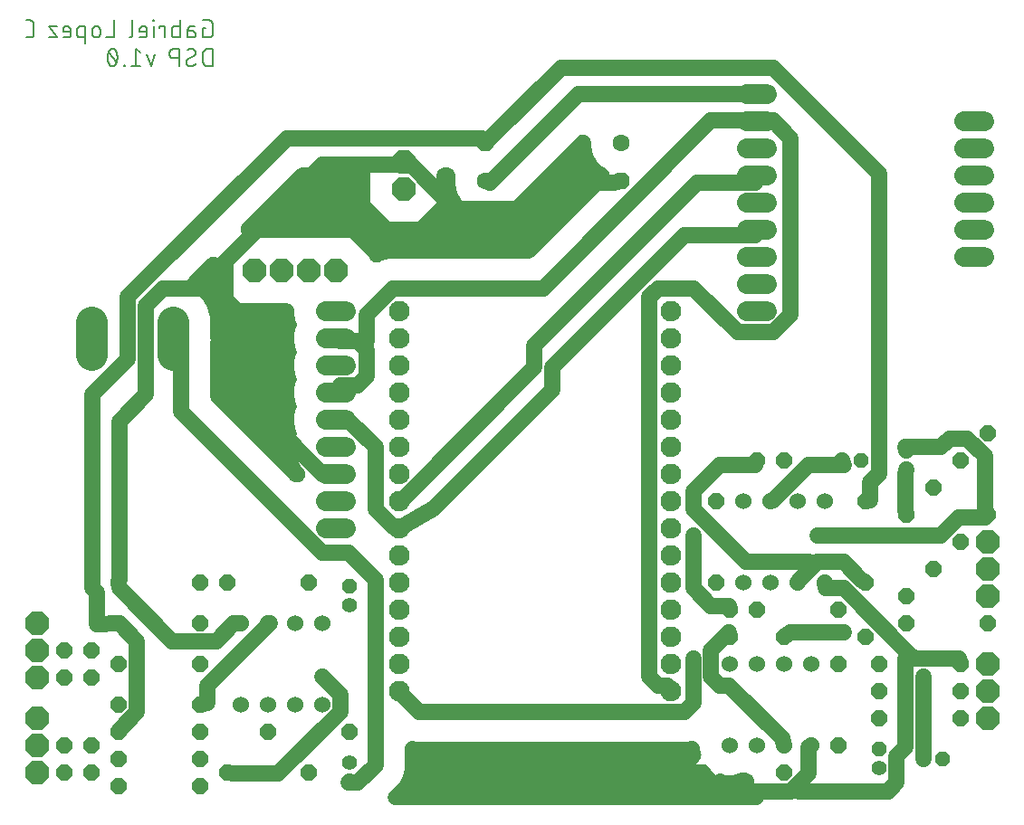
<source format=gbr>
G04 EAGLE Gerber RS-274X export*
G75*
%MOMM*%
%FSLAX34Y34*%
%LPD*%
%INBottom Copper*%
%IPPOS*%
%AMOC8*
5,1,8,0,0,1.08239X$1,22.5*%
G01*
%ADD10C,0.152400*%
%ADD11C,1.930400*%
%ADD12C,1.854200*%
%ADD13C,3.000000*%
%ADD14C,1.524000*%
%ADD15P,2.336880X8X22.500000*%
%ADD16P,1.649562X8X22.500000*%
%ADD17P,1.649562X8X202.500000*%
%ADD18P,1.539592X8X292.500000*%
%ADD19C,1.422400*%
%ADD20P,1.539592X8X112.500000*%
%ADD21P,1.649562X8X292.500000*%
%ADD22P,1.539592X8X22.500000*%
%ADD23P,1.649562X8X112.500000*%
%ADD24P,1.732040X8X112.500000*%
%ADD25C,1.600200*%
%ADD26P,1.732040X8X292.500000*%
%ADD27C,1.500000*%
%ADD28C,0.906400*%

G36*
X381369Y528029D02*
X381369Y528029D01*
X381702Y528034D01*
X381755Y528041D01*
X381809Y528042D01*
X382140Y528087D01*
X382471Y528126D01*
X382523Y528138D01*
X382576Y528145D01*
X382902Y528224D01*
X383226Y528297D01*
X383277Y528314D01*
X383329Y528327D01*
X383645Y528439D01*
X383960Y528545D01*
X383998Y528564D01*
X384059Y528585D01*
X384758Y528918D01*
X384870Y528986D01*
X384945Y529022D01*
X385961Y529609D01*
X392955Y531483D01*
X522533Y531483D01*
X522606Y531487D01*
X522680Y531484D01*
X522993Y531507D01*
X523306Y531523D01*
X523378Y531534D01*
X523452Y531539D01*
X523761Y531594D01*
X524071Y531642D01*
X524142Y531661D01*
X524214Y531674D01*
X524517Y531760D01*
X524819Y531840D01*
X524888Y531866D01*
X524959Y531886D01*
X525251Y532003D01*
X525544Y532114D01*
X525609Y532147D01*
X525678Y532174D01*
X525956Y532320D01*
X526236Y532461D01*
X526298Y532501D01*
X526363Y532535D01*
X526624Y532709D01*
X526888Y532878D01*
X526946Y532923D01*
X527007Y532964D01*
X527121Y533062D01*
X527495Y533359D01*
X527719Y533579D01*
X527835Y533679D01*
X596862Y602706D01*
X596911Y602760D01*
X596965Y602811D01*
X597170Y603048D01*
X597380Y603281D01*
X597424Y603340D01*
X597472Y603396D01*
X597652Y603653D01*
X597837Y603906D01*
X597874Y603970D01*
X597916Y604030D01*
X598068Y604304D01*
X598226Y604575D01*
X598257Y604642D01*
X598292Y604707D01*
X598416Y604995D01*
X598545Y605281D01*
X598568Y605351D01*
X598597Y605419D01*
X598690Y605718D01*
X598789Y606016D01*
X598805Y606088D01*
X598826Y606158D01*
X598888Y606466D01*
X598956Y606772D01*
X598964Y606845D01*
X598978Y606917D01*
X598989Y607068D01*
X599044Y607541D01*
X599047Y607855D01*
X599058Y608008D01*
X599058Y609503D01*
X599044Y609783D01*
X599037Y610064D01*
X599024Y610169D01*
X599018Y610276D01*
X598975Y610554D01*
X598940Y610832D01*
X598915Y610936D01*
X598899Y611041D01*
X598827Y611312D01*
X598763Y611586D01*
X598728Y611687D01*
X598701Y611790D01*
X598602Y612052D01*
X598510Y612317D01*
X598465Y612414D01*
X598427Y612514D01*
X598302Y612765D01*
X598183Y613019D01*
X598128Y613111D01*
X598080Y613206D01*
X597929Y613443D01*
X597785Y613683D01*
X597721Y613769D01*
X597663Y613859D01*
X597489Y614078D01*
X597321Y614303D01*
X597248Y614382D01*
X597182Y614465D01*
X596986Y614665D01*
X596795Y614872D01*
X596715Y614942D01*
X596640Y615019D01*
X596424Y615198D01*
X596214Y615383D01*
X596145Y615430D01*
X596044Y615513D01*
X595401Y615943D01*
X595344Y615973D01*
X595309Y615998D01*
X592407Y617673D01*
X587193Y622887D01*
X583507Y629272D01*
X581598Y636393D01*
X581598Y640270D01*
X581590Y640423D01*
X581592Y640577D01*
X581570Y640810D01*
X581558Y641043D01*
X581535Y641195D01*
X581520Y641348D01*
X581475Y641577D01*
X581439Y641808D01*
X581400Y641956D01*
X581370Y642107D01*
X581301Y642331D01*
X581241Y642556D01*
X581187Y642700D01*
X581141Y642847D01*
X581050Y643062D01*
X580967Y643281D01*
X580898Y643418D01*
X580838Y643560D01*
X580725Y643764D01*
X580620Y643973D01*
X580537Y644102D01*
X580463Y644237D01*
X580329Y644429D01*
X580203Y644626D01*
X580108Y644746D01*
X580020Y644872D01*
X579867Y645049D01*
X579722Y645232D01*
X579614Y645342D01*
X579514Y645458D01*
X579344Y645618D01*
X579180Y645785D01*
X579062Y645883D01*
X578950Y645989D01*
X578764Y646130D01*
X578584Y646280D01*
X578456Y646365D01*
X578334Y646458D01*
X578135Y646580D01*
X577941Y646710D01*
X577805Y646782D01*
X577674Y646862D01*
X577463Y646963D01*
X577256Y647072D01*
X577113Y647129D01*
X576975Y647195D01*
X576755Y647274D01*
X576538Y647361D01*
X576390Y647404D01*
X576245Y647455D01*
X576018Y647510D01*
X575794Y647575D01*
X575643Y647602D01*
X575493Y647638D01*
X575261Y647670D01*
X575031Y647711D01*
X574878Y647722D01*
X574726Y647743D01*
X574492Y647750D01*
X574259Y647767D01*
X574106Y647762D01*
X573952Y647767D01*
X573719Y647751D01*
X573485Y647744D01*
X573333Y647723D01*
X573180Y647712D01*
X572950Y647672D01*
X572718Y647641D01*
X572568Y647604D01*
X572417Y647578D01*
X572193Y647514D01*
X571965Y647459D01*
X571820Y647408D01*
X571672Y647365D01*
X571455Y647278D01*
X571235Y647200D01*
X571096Y647135D01*
X570954Y647077D01*
X570747Y646968D01*
X570536Y646868D01*
X570405Y646788D01*
X570268Y646717D01*
X570074Y646587D01*
X569874Y646466D01*
X569752Y646373D01*
X569624Y646287D01*
X569508Y646187D01*
X569258Y645997D01*
X568910Y645671D01*
X568796Y645572D01*
X509940Y586716D01*
X509694Y586443D01*
X509446Y586171D01*
X509437Y586158D01*
X509422Y586141D01*
X509331Y586017D01*
X506780Y583555D01*
X506726Y583497D01*
X506686Y583462D01*
X504184Y580960D01*
X504158Y580939D01*
X501056Y579220D01*
X500989Y579178D01*
X500941Y579155D01*
X497877Y577386D01*
X497846Y577373D01*
X494405Y576515D01*
X494329Y576492D01*
X494277Y576482D01*
X490860Y575567D01*
X490827Y575562D01*
X487281Y575624D01*
X487202Y575621D01*
X487149Y575625D01*
X483611Y575625D01*
X483578Y575629D01*
X481492Y576227D01*
X481382Y576253D01*
X481274Y576286D01*
X481005Y576340D01*
X480738Y576402D01*
X480626Y576416D01*
X480515Y576438D01*
X480354Y576450D01*
X479969Y576498D01*
X479584Y576507D01*
X479424Y576518D01*
X478913Y576518D01*
X471792Y578427D01*
X465407Y582113D01*
X460193Y587327D01*
X456507Y593712D01*
X454598Y600833D01*
X454598Y608466D01*
X454605Y608504D01*
X454624Y608763D01*
X454652Y609022D01*
X454652Y609149D01*
X454661Y609276D01*
X454654Y609536D01*
X454655Y609796D01*
X454642Y609923D01*
X454638Y610050D01*
X454603Y610308D01*
X454577Y610567D01*
X454552Y610691D01*
X454535Y610817D01*
X454474Y611071D01*
X454421Y611325D01*
X454383Y611446D01*
X454353Y611570D01*
X454266Y611815D01*
X454188Y612064D01*
X454137Y612180D01*
X454095Y612300D01*
X453983Y612535D01*
X453879Y612774D01*
X453817Y612885D01*
X453763Y612999D01*
X453627Y613221D01*
X453499Y613448D01*
X453426Y613552D01*
X453360Y613661D01*
X453202Y613868D01*
X453052Y614080D01*
X452968Y614176D01*
X452891Y614277D01*
X452713Y614467D01*
X452542Y614663D01*
X452449Y614749D01*
X452362Y614842D01*
X452165Y615012D01*
X451974Y615189D01*
X451873Y615266D01*
X451777Y615349D01*
X451563Y615498D01*
X451355Y615655D01*
X451246Y615720D01*
X451142Y615793D01*
X450915Y615919D01*
X450692Y616054D01*
X450577Y616108D01*
X450466Y616169D01*
X450226Y616272D01*
X449991Y616382D01*
X449871Y616424D01*
X449754Y616474D01*
X449505Y616551D01*
X449259Y616637D01*
X449135Y616666D01*
X449014Y616703D01*
X448759Y616755D01*
X448506Y616814D01*
X448380Y616830D01*
X448255Y616855D01*
X448095Y616867D01*
X447738Y616913D01*
X447323Y616924D01*
X447164Y616935D01*
X444695Y616935D01*
X444388Y616919D01*
X444081Y616910D01*
X444002Y616899D01*
X443922Y616895D01*
X443619Y616848D01*
X443314Y616807D01*
X443236Y616788D01*
X443157Y616776D01*
X442860Y616698D01*
X442561Y616625D01*
X442485Y616598D01*
X442408Y616578D01*
X442122Y616470D01*
X441831Y616367D01*
X441759Y616332D01*
X441684Y616304D01*
X441410Y616167D01*
X441132Y616035D01*
X441063Y615993D01*
X440992Y615957D01*
X440733Y615792D01*
X440470Y615632D01*
X440407Y615584D01*
X440339Y615540D01*
X440099Y615350D01*
X439854Y615163D01*
X439795Y615109D01*
X439733Y615059D01*
X439513Y614844D01*
X439289Y614634D01*
X439237Y614573D01*
X439179Y614517D01*
X438983Y614280D01*
X438782Y614049D01*
X438736Y613983D01*
X438685Y613921D01*
X438514Y613666D01*
X438338Y613414D01*
X438299Y613344D01*
X438254Y613278D01*
X438111Y613006D01*
X437962Y612738D01*
X437930Y612664D01*
X437893Y612593D01*
X437778Y612308D01*
X437657Y612026D01*
X437633Y611949D01*
X437603Y611875D01*
X437519Y611580D01*
X437428Y611286D01*
X437412Y611208D01*
X437390Y611131D01*
X437336Y610829D01*
X437276Y610527D01*
X437271Y610463D01*
X437254Y610368D01*
X437197Y609596D01*
X437200Y609500D01*
X437196Y609436D01*
X437196Y584144D01*
X419156Y566104D01*
X393644Y566104D01*
X375604Y584144D01*
X375604Y609436D01*
X375588Y609743D01*
X375579Y610050D01*
X375568Y610129D01*
X375564Y610209D01*
X375517Y610512D01*
X375476Y610817D01*
X375457Y610895D01*
X375445Y610974D01*
X375367Y611271D01*
X375294Y611570D01*
X375267Y611646D01*
X375247Y611723D01*
X375139Y612009D01*
X375036Y612300D01*
X375001Y612372D01*
X374973Y612447D01*
X374836Y612721D01*
X374704Y612999D01*
X374662Y613068D01*
X374626Y613139D01*
X374461Y613398D01*
X374301Y613661D01*
X374253Y613724D01*
X374209Y613792D01*
X374019Y614032D01*
X373832Y614277D01*
X373778Y614336D01*
X373728Y614398D01*
X373513Y614618D01*
X373303Y614842D01*
X373242Y614894D01*
X373186Y614952D01*
X372949Y615148D01*
X372718Y615349D01*
X372652Y615395D01*
X372590Y615446D01*
X372335Y615617D01*
X372083Y615793D01*
X372013Y615832D01*
X371947Y615877D01*
X371675Y616020D01*
X371407Y616169D01*
X371333Y616201D01*
X371262Y616238D01*
X370977Y616353D01*
X370695Y616474D01*
X370618Y616498D01*
X370544Y616528D01*
X370249Y616612D01*
X369955Y616703D01*
X369877Y616719D01*
X369800Y616741D01*
X369498Y616795D01*
X369196Y616855D01*
X369132Y616860D01*
X369037Y616877D01*
X368265Y616934D01*
X368169Y616931D01*
X368105Y616935D01*
X311929Y616935D01*
X311856Y616931D01*
X311782Y616934D01*
X311469Y616911D01*
X311156Y616895D01*
X311084Y616884D01*
X311010Y616879D01*
X310701Y616824D01*
X310391Y616776D01*
X310320Y616757D01*
X310248Y616744D01*
X309946Y616658D01*
X309643Y616578D01*
X309574Y616552D01*
X309503Y616532D01*
X309211Y616415D01*
X308918Y616304D01*
X308853Y616271D01*
X308784Y616244D01*
X308506Y616098D01*
X308226Y615957D01*
X308164Y615917D01*
X308099Y615883D01*
X307838Y615709D01*
X307574Y615540D01*
X307516Y615495D01*
X307455Y615454D01*
X307341Y615356D01*
X306967Y615059D01*
X306743Y614839D01*
X306627Y614739D01*
X256186Y564298D01*
X256083Y564184D01*
X255973Y564076D01*
X255823Y563896D01*
X255667Y563723D01*
X255577Y563599D01*
X255478Y563480D01*
X255348Y563286D01*
X255211Y563097D01*
X255133Y562964D01*
X255048Y562837D01*
X254939Y562630D01*
X254821Y562428D01*
X254758Y562288D01*
X254686Y562152D01*
X254599Y561935D01*
X254503Y561722D01*
X254454Y561576D01*
X254397Y561434D01*
X254332Y561209D01*
X254259Y560987D01*
X254226Y560837D01*
X254183Y560690D01*
X254142Y560460D01*
X254092Y560231D01*
X254074Y560079D01*
X254047Y559927D01*
X254030Y559694D01*
X254004Y559462D01*
X254002Y559308D01*
X253991Y559155D01*
X253998Y558922D01*
X253995Y558688D01*
X254010Y558535D01*
X254014Y558381D01*
X254045Y558149D01*
X254067Y557917D01*
X254097Y557766D01*
X254117Y557614D01*
X254172Y557386D01*
X254218Y557157D01*
X254263Y557011D01*
X254299Y556861D01*
X254377Y556641D01*
X254446Y556417D01*
X254506Y556276D01*
X254558Y556131D01*
X254658Y555920D01*
X254749Y555705D01*
X254824Y555571D01*
X254890Y555432D01*
X255011Y555232D01*
X255125Y555028D01*
X255212Y554902D01*
X255292Y554770D01*
X255434Y554584D01*
X255568Y554393D01*
X255668Y554276D01*
X255761Y554154D01*
X255921Y553983D01*
X256074Y553807D01*
X256186Y553701D01*
X256291Y553589D01*
X256467Y553436D01*
X256637Y553276D01*
X256759Y553183D01*
X256876Y553082D01*
X257067Y552948D01*
X257253Y552806D01*
X257384Y552726D01*
X257510Y552638D01*
X257714Y552524D01*
X257914Y552403D01*
X258052Y552336D01*
X258187Y552262D01*
X258402Y552170D01*
X258613Y552069D01*
X258757Y552018D01*
X258899Y551957D01*
X259122Y551888D01*
X259342Y551809D01*
X259491Y551773D01*
X259638Y551728D01*
X259868Y551682D01*
X260094Y551626D01*
X260246Y551606D01*
X260397Y551576D01*
X260551Y551564D01*
X260862Y551522D01*
X261339Y551507D01*
X261488Y551496D01*
X355656Y551496D01*
X374132Y533019D01*
X374170Y532919D01*
X374285Y532603D01*
X374308Y532555D01*
X374327Y532505D01*
X374476Y532207D01*
X374622Y531906D01*
X374650Y531861D01*
X374674Y531813D01*
X374853Y531532D01*
X375029Y531248D01*
X375062Y531205D01*
X375091Y531160D01*
X375298Y530899D01*
X375502Y530635D01*
X375539Y530596D01*
X375572Y530554D01*
X375806Y530315D01*
X376036Y530074D01*
X376076Y530039D01*
X376114Y530001D01*
X376371Y529787D01*
X376625Y529571D01*
X376668Y529540D01*
X376710Y529506D01*
X376988Y529320D01*
X377262Y529131D01*
X377309Y529106D01*
X377353Y529076D01*
X377649Y528920D01*
X377941Y528760D01*
X377991Y528739D01*
X378038Y528714D01*
X378347Y528589D01*
X378655Y528460D01*
X378707Y528445D01*
X378756Y528425D01*
X379076Y528333D01*
X379397Y528236D01*
X379449Y528226D01*
X379500Y528211D01*
X379828Y528153D01*
X380157Y528089D01*
X380210Y528085D01*
X380263Y528075D01*
X380596Y528051D01*
X380928Y528022D01*
X380982Y528023D01*
X381035Y528019D01*
X381369Y528029D01*
G37*
G36*
X735786Y20009D02*
X735786Y20009D01*
X735940Y20007D01*
X736173Y20029D01*
X736406Y20041D01*
X736558Y20064D01*
X736711Y20079D01*
X736940Y20124D01*
X737171Y20160D01*
X737320Y20199D01*
X737471Y20229D01*
X737694Y20298D01*
X737920Y20358D01*
X738063Y20412D01*
X738210Y20458D01*
X738426Y20549D01*
X738644Y20632D01*
X738781Y20701D01*
X738923Y20761D01*
X739127Y20874D01*
X739336Y20979D01*
X739466Y21062D01*
X739600Y21136D01*
X739792Y21270D01*
X739989Y21396D01*
X740109Y21491D01*
X740235Y21579D01*
X740412Y21732D01*
X740595Y21877D01*
X740705Y21985D01*
X740821Y22085D01*
X740981Y22255D01*
X741148Y22419D01*
X741247Y22537D01*
X741352Y22649D01*
X741494Y22835D01*
X741643Y23015D01*
X741728Y23143D01*
X741822Y23265D01*
X741943Y23464D01*
X742073Y23658D01*
X742145Y23794D01*
X742225Y23925D01*
X742326Y24136D01*
X742435Y24343D01*
X742493Y24486D01*
X742559Y24624D01*
X742637Y24844D01*
X742724Y25061D01*
X742767Y25209D01*
X742818Y25354D01*
X742874Y25581D01*
X742938Y25805D01*
X742965Y25956D01*
X743001Y26106D01*
X743033Y26338D01*
X743074Y26568D01*
X743085Y26721D01*
X743106Y26873D01*
X743113Y27107D01*
X743130Y27340D01*
X743126Y27493D01*
X743131Y27647D01*
X743114Y27880D01*
X743107Y28114D01*
X743086Y28266D01*
X743076Y28419D01*
X743035Y28649D01*
X743004Y28881D01*
X742968Y29031D01*
X742941Y29182D01*
X742877Y29407D01*
X742822Y29634D01*
X742771Y29779D01*
X742729Y29927D01*
X742642Y30144D01*
X742564Y30364D01*
X742498Y30503D01*
X742441Y30645D01*
X742332Y30852D01*
X742232Y31063D01*
X742152Y31194D01*
X742080Y31331D01*
X741950Y31525D01*
X741829Y31725D01*
X741736Y31847D01*
X741651Y31975D01*
X741550Y32091D01*
X741360Y32341D01*
X741034Y32689D01*
X740936Y32803D01*
X734379Y39359D01*
X734379Y42446D01*
X734374Y42546D01*
X734377Y42646D01*
X734354Y42932D01*
X734339Y43219D01*
X734324Y43318D01*
X734316Y43418D01*
X734264Y43700D01*
X734220Y43984D01*
X734194Y44081D01*
X734176Y44180D01*
X734095Y44455D01*
X734022Y44732D01*
X733987Y44826D01*
X733958Y44923D01*
X733850Y45189D01*
X733748Y45457D01*
X733703Y45546D01*
X733665Y45639D01*
X733530Y45893D01*
X733401Y46149D01*
X733347Y46233D01*
X733300Y46322D01*
X733139Y46560D01*
X732984Y46802D01*
X732922Y46880D01*
X732866Y46963D01*
X732681Y47183D01*
X732503Y47408D01*
X732433Y47479D01*
X732368Y47556D01*
X732162Y47756D01*
X731961Y47961D01*
X731884Y48025D01*
X731812Y48095D01*
X731586Y48272D01*
X731365Y48456D01*
X731282Y48511D01*
X731203Y48573D01*
X730960Y48727D01*
X730722Y48886D01*
X730633Y48933D01*
X730548Y48986D01*
X730291Y49114D01*
X730037Y49248D01*
X729944Y49285D01*
X729854Y49330D01*
X729703Y49382D01*
X729319Y49537D01*
X728972Y49637D01*
X728821Y49689D01*
X725841Y50488D01*
X725592Y50541D01*
X725346Y50603D01*
X725214Y50621D01*
X725084Y50649D01*
X724831Y50676D01*
X724580Y50712D01*
X724446Y50718D01*
X724314Y50732D01*
X724060Y50733D01*
X723806Y50743D01*
X723673Y50734D01*
X723539Y50735D01*
X723287Y50709D01*
X723034Y50693D01*
X722934Y50674D01*
X722769Y50658D01*
X722011Y50501D01*
X721981Y50492D01*
X721959Y50488D01*
X714836Y48579D01*
X707564Y48579D01*
X704163Y49491D01*
X703889Y49549D01*
X703616Y49615D01*
X703510Y49630D01*
X703405Y49652D01*
X703126Y49682D01*
X702849Y49720D01*
X702742Y49723D01*
X702636Y49735D01*
X702355Y49736D01*
X702075Y49745D01*
X701968Y49737D01*
X701861Y49737D01*
X701582Y49709D01*
X701302Y49690D01*
X701197Y49671D01*
X701091Y49660D01*
X700816Y49604D01*
X700540Y49555D01*
X700437Y49526D01*
X700332Y49504D01*
X700066Y49420D01*
X699795Y49343D01*
X699696Y49303D01*
X699594Y49271D01*
X699338Y49159D01*
X699076Y49055D01*
X698982Y49005D01*
X698884Y48962D01*
X698640Y48825D01*
X698391Y48694D01*
X698302Y48635D01*
X698209Y48582D01*
X697980Y48420D01*
X697747Y48265D01*
X697684Y48210D01*
X697577Y48135D01*
X696995Y47625D01*
X696952Y47578D01*
X696919Y47550D01*
X693299Y43930D01*
X693299Y50800D01*
X693284Y51107D01*
X693274Y51413D01*
X693264Y51493D01*
X693259Y51573D01*
X693212Y51876D01*
X693171Y52181D01*
X693152Y52259D01*
X693140Y52338D01*
X693062Y52634D01*
X692989Y52934D01*
X692963Y53009D01*
X692942Y53087D01*
X692834Y53373D01*
X692731Y53663D01*
X692697Y53736D01*
X692668Y53811D01*
X692531Y54085D01*
X692399Y54363D01*
X692357Y54431D01*
X692321Y54503D01*
X692156Y54762D01*
X691996Y55024D01*
X691948Y55088D01*
X691905Y55156D01*
X691714Y55396D01*
X691528Y55641D01*
X691473Y55699D01*
X691423Y55762D01*
X691208Y55981D01*
X690998Y56205D01*
X690998Y56206D01*
X690997Y56206D01*
X690937Y56258D01*
X690881Y56316D01*
X690644Y56512D01*
X690412Y56713D01*
X690347Y56759D01*
X690285Y56810D01*
X690029Y56981D01*
X689778Y57157D01*
X689708Y57196D01*
X689641Y57241D01*
X689370Y57384D01*
X689101Y57533D01*
X689028Y57565D01*
X688957Y57602D01*
X688672Y57717D01*
X688389Y57838D01*
X688313Y57862D01*
X688239Y57892D01*
X687943Y57976D01*
X687650Y58068D01*
X687571Y58083D01*
X687494Y58105D01*
X687192Y58159D01*
X686891Y58220D01*
X686827Y58224D01*
X686732Y58241D01*
X685960Y58298D01*
X685863Y58295D01*
X685800Y58299D01*
X678930Y58299D01*
X682550Y61919D01*
X682738Y62128D01*
X682931Y62330D01*
X682997Y62415D01*
X683068Y62494D01*
X683233Y62721D01*
X683405Y62942D01*
X683462Y63033D01*
X683525Y63120D01*
X683666Y63362D01*
X683814Y63600D01*
X683860Y63696D01*
X683914Y63789D01*
X684030Y64044D01*
X684152Y64297D01*
X684189Y64397D01*
X684233Y64494D01*
X684321Y64761D01*
X684417Y65024D01*
X684443Y65128D01*
X684477Y65229D01*
X684537Y65504D01*
X684605Y65775D01*
X684620Y65881D01*
X684643Y65985D01*
X684675Y66264D01*
X684715Y66542D01*
X684719Y66649D01*
X684732Y66755D01*
X684735Y67035D01*
X684745Y67316D01*
X684739Y67422D01*
X684740Y67529D01*
X684714Y67809D01*
X684696Y68088D01*
X684680Y68170D01*
X684668Y68300D01*
X684517Y69059D01*
X684499Y69120D01*
X684491Y69163D01*
X683579Y72564D01*
X683579Y73009D01*
X683573Y73136D01*
X683575Y73263D01*
X683553Y73522D01*
X683539Y73782D01*
X683520Y73908D01*
X683509Y74034D01*
X683460Y74290D01*
X683420Y74547D01*
X683387Y74670D01*
X683364Y74795D01*
X683288Y75044D01*
X683222Y75296D01*
X683177Y75415D01*
X683141Y75536D01*
X683040Y75777D01*
X682948Y76020D01*
X682891Y76134D01*
X682842Y76251D01*
X682718Y76479D01*
X682601Y76712D01*
X682533Y76819D01*
X682472Y76931D01*
X682324Y77146D01*
X682184Y77365D01*
X682106Y77464D01*
X682034Y77569D01*
X681864Y77768D01*
X681703Y77971D01*
X681614Y78062D01*
X681532Y78159D01*
X681343Y78338D01*
X681161Y78524D01*
X681063Y78606D01*
X680972Y78693D01*
X680766Y78853D01*
X680565Y79019D01*
X680460Y79090D01*
X680359Y79167D01*
X680138Y79305D01*
X679922Y79449D01*
X679810Y79509D01*
X679701Y79576D01*
X679467Y79690D01*
X679237Y79811D01*
X679119Y79859D01*
X679005Y79914D01*
X678760Y80003D01*
X678519Y80101D01*
X678397Y80136D01*
X678277Y80179D01*
X678024Y80242D01*
X677775Y80314D01*
X677650Y80336D01*
X677526Y80367D01*
X677268Y80404D01*
X677012Y80450D01*
X676886Y80459D01*
X676760Y80477D01*
X676499Y80488D01*
X676240Y80506D01*
X676113Y80503D01*
X675986Y80508D01*
X675727Y80491D01*
X675466Y80483D01*
X675340Y80466D01*
X675214Y80458D01*
X675057Y80428D01*
X674699Y80380D01*
X674296Y80283D01*
X674139Y80253D01*
X672843Y79905D01*
X417742Y79905D01*
X416993Y80106D01*
X416869Y80132D01*
X416747Y80167D01*
X416491Y80213D01*
X416236Y80267D01*
X416109Y80281D01*
X415984Y80303D01*
X415725Y80322D01*
X415466Y80350D01*
X415339Y80350D01*
X415212Y80360D01*
X414952Y80352D01*
X414692Y80353D01*
X414565Y80340D01*
X414438Y80336D01*
X414180Y80302D01*
X413921Y80276D01*
X413797Y80250D01*
X413671Y80233D01*
X413417Y80172D01*
X413163Y80120D01*
X413042Y80081D01*
X412918Y80051D01*
X412673Y79964D01*
X412425Y79886D01*
X412308Y79835D01*
X412188Y79793D01*
X411953Y79681D01*
X411714Y79578D01*
X411604Y79515D01*
X411489Y79461D01*
X411267Y79326D01*
X411040Y79198D01*
X410936Y79124D01*
X410827Y79058D01*
X410621Y78901D01*
X410408Y78750D01*
X410312Y78666D01*
X410211Y78590D01*
X410021Y78412D01*
X409825Y78240D01*
X409739Y78147D01*
X409646Y78060D01*
X409476Y77863D01*
X409299Y77672D01*
X409222Y77571D01*
X409139Y77475D01*
X408990Y77261D01*
X408833Y77053D01*
X408768Y76945D01*
X408695Y76840D01*
X408568Y76613D01*
X408434Y76390D01*
X408380Y76275D01*
X408319Y76164D01*
X408216Y75924D01*
X408106Y75689D01*
X408064Y75569D01*
X408014Y75452D01*
X407937Y75203D01*
X407851Y74957D01*
X407822Y74834D01*
X407785Y74712D01*
X407733Y74457D01*
X407674Y74204D01*
X407658Y74078D01*
X407633Y73953D01*
X407621Y73794D01*
X407575Y73436D01*
X407564Y73021D01*
X407553Y72862D01*
X407553Y54213D01*
X405679Y47219D01*
X402058Y40948D01*
X396240Y35130D01*
X393913Y32803D01*
X393810Y32689D01*
X393700Y32581D01*
X393550Y32401D01*
X393394Y32228D01*
X393304Y32104D01*
X393205Y31985D01*
X393075Y31791D01*
X392938Y31602D01*
X392860Y31469D01*
X392775Y31342D01*
X392666Y31135D01*
X392548Y30933D01*
X392485Y30793D01*
X392413Y30657D01*
X392326Y30440D01*
X392230Y30227D01*
X392181Y30081D01*
X392124Y29939D01*
X392059Y29714D01*
X391986Y29492D01*
X391953Y29342D01*
X391910Y29195D01*
X391869Y28965D01*
X391819Y28736D01*
X391801Y28584D01*
X391774Y28432D01*
X391757Y28199D01*
X391731Y27967D01*
X391729Y27813D01*
X391718Y27660D01*
X391725Y27427D01*
X391722Y27193D01*
X391737Y27040D01*
X391741Y26886D01*
X391772Y26654D01*
X391794Y26422D01*
X391824Y26271D01*
X391844Y26119D01*
X391899Y25891D01*
X391945Y25662D01*
X391990Y25516D01*
X392026Y25366D01*
X392104Y25146D01*
X392173Y24922D01*
X392233Y24781D01*
X392285Y24636D01*
X392385Y24425D01*
X392476Y24210D01*
X392551Y24076D01*
X392617Y23937D01*
X392738Y23737D01*
X392851Y23533D01*
X392939Y23407D01*
X393019Y23275D01*
X393161Y23089D01*
X393294Y22898D01*
X393395Y22781D01*
X393488Y22659D01*
X393648Y22489D01*
X393801Y22312D01*
X393913Y22206D01*
X394018Y22094D01*
X394194Y21941D01*
X394364Y21781D01*
X394486Y21688D01*
X394603Y21587D01*
X394795Y21453D01*
X394980Y21311D01*
X395111Y21231D01*
X395237Y21143D01*
X395441Y21029D01*
X395641Y20908D01*
X395779Y20841D01*
X395914Y20767D01*
X396128Y20675D01*
X396340Y20574D01*
X396484Y20523D01*
X396626Y20462D01*
X396849Y20393D01*
X397069Y20314D01*
X397219Y20278D01*
X397365Y20233D01*
X397594Y20187D01*
X397821Y20131D01*
X397974Y20111D01*
X398124Y20081D01*
X398278Y20069D01*
X398589Y20027D01*
X399066Y20012D01*
X399215Y20001D01*
X735633Y20001D01*
X735786Y20009D01*
G37*
G36*
X306690Y322144D02*
X306690Y322144D01*
X306770Y322143D01*
X307077Y322172D01*
X307382Y322194D01*
X307461Y322207D01*
X307541Y322215D01*
X307843Y322275D01*
X308145Y322328D01*
X308222Y322350D01*
X308301Y322366D01*
X308594Y322456D01*
X308890Y322540D01*
X308964Y322570D01*
X309041Y322594D01*
X309323Y322714D01*
X309608Y322828D01*
X309679Y322866D01*
X309753Y322897D01*
X310022Y323046D01*
X310294Y323189D01*
X310360Y323233D01*
X310431Y323272D01*
X310682Y323448D01*
X310938Y323618D01*
X310986Y323660D01*
X311066Y323715D01*
X311652Y324221D01*
X311718Y324292D01*
X311766Y324333D01*
X312330Y324897D01*
X312535Y325125D01*
X312746Y325349D01*
X312794Y325413D01*
X312848Y325472D01*
X313029Y325720D01*
X313216Y325965D01*
X313257Y326033D01*
X313305Y326098D01*
X313459Y326363D01*
X313619Y326625D01*
X313654Y326698D01*
X313694Y326767D01*
X313821Y327047D01*
X313953Y327324D01*
X313980Y327400D01*
X314013Y327472D01*
X314109Y327764D01*
X314213Y328054D01*
X314231Y328132D01*
X314257Y328207D01*
X314323Y328507D01*
X314396Y328806D01*
X314406Y328885D01*
X314424Y328963D01*
X314459Y329269D01*
X314500Y329573D01*
X314503Y329653D01*
X314512Y329733D01*
X314515Y330040D01*
X314525Y330347D01*
X314519Y330427D01*
X314520Y330507D01*
X314492Y330813D01*
X314470Y331119D01*
X314456Y331198D01*
X314448Y331278D01*
X314389Y331579D01*
X314335Y331882D01*
X314313Y331959D01*
X314298Y332037D01*
X314207Y332331D01*
X314123Y332627D01*
X314093Y332701D01*
X314069Y332777D01*
X313949Y333060D01*
X313835Y333345D01*
X313797Y333416D01*
X313766Y333490D01*
X313617Y333759D01*
X313474Y334030D01*
X313430Y334097D01*
X313391Y334167D01*
X313215Y334419D01*
X313045Y334675D01*
X313003Y334723D01*
X312948Y334802D01*
X312442Y335388D01*
X312371Y335454D01*
X312330Y335503D01*
X310206Y337627D01*
X306352Y344302D01*
X304357Y351746D01*
X304357Y359454D01*
X306208Y366359D01*
X306261Y366607D01*
X306322Y366854D01*
X306341Y366986D01*
X306369Y367116D01*
X306396Y367368D01*
X306432Y367620D01*
X306437Y367754D01*
X306452Y367886D01*
X306453Y368140D01*
X306462Y368394D01*
X306454Y368527D01*
X306454Y368660D01*
X306429Y368913D01*
X306413Y369166D01*
X306394Y369266D01*
X306377Y369431D01*
X306221Y370189D01*
X306212Y370219D01*
X306208Y370241D01*
X304357Y377146D01*
X304357Y384854D01*
X306208Y391759D01*
X306261Y392007D01*
X306322Y392254D01*
X306341Y392386D01*
X306369Y392516D01*
X306396Y392768D01*
X306432Y393020D01*
X306437Y393154D01*
X306452Y393286D01*
X306453Y393540D01*
X306462Y393794D01*
X306454Y393927D01*
X306454Y394060D01*
X306429Y394313D01*
X306413Y394566D01*
X306394Y394666D01*
X306377Y394831D01*
X306221Y395589D01*
X306212Y395619D01*
X306208Y395641D01*
X304357Y402546D01*
X304357Y410254D01*
X306208Y417159D01*
X306261Y417407D01*
X306322Y417654D01*
X306341Y417786D01*
X306369Y417916D01*
X306396Y418168D01*
X306432Y418420D01*
X306437Y418554D01*
X306452Y418686D01*
X306453Y418940D01*
X306462Y419194D01*
X306454Y419327D01*
X306454Y419460D01*
X306429Y419713D01*
X306413Y419966D01*
X306394Y420066D01*
X306377Y420231D01*
X306221Y420989D01*
X306212Y421019D01*
X306208Y421041D01*
X304357Y427946D01*
X304357Y435654D01*
X306208Y442559D01*
X306261Y442807D01*
X306322Y443054D01*
X306341Y443186D01*
X306369Y443316D01*
X306396Y443568D01*
X306432Y443820D01*
X306437Y443954D01*
X306452Y444086D01*
X306453Y444340D01*
X306462Y444594D01*
X306454Y444727D01*
X306454Y444860D01*
X306429Y445113D01*
X306413Y445366D01*
X306394Y445466D01*
X306377Y445631D01*
X306221Y446389D01*
X306212Y446419D01*
X306208Y446441D01*
X304357Y453346D01*
X304357Y461054D01*
X306208Y467959D01*
X306261Y468207D01*
X306322Y468454D01*
X306341Y468586D01*
X306369Y468716D01*
X306396Y468968D01*
X306432Y469220D01*
X306437Y469354D01*
X306452Y469486D01*
X306453Y469740D01*
X306462Y469994D01*
X306454Y470127D01*
X306454Y470260D01*
X306429Y470513D01*
X306413Y470766D01*
X306394Y470866D01*
X306377Y471031D01*
X306330Y471260D01*
X306320Y471337D01*
X306282Y471492D01*
X306221Y471789D01*
X306212Y471819D01*
X306208Y471841D01*
X304357Y478746D01*
X304357Y482405D01*
X304341Y482712D01*
X304332Y483019D01*
X304321Y483098D01*
X304317Y483178D01*
X304270Y483481D01*
X304229Y483786D01*
X304210Y483864D01*
X304198Y483943D01*
X304120Y484240D01*
X304047Y484539D01*
X304020Y484615D01*
X304000Y484692D01*
X303892Y484978D01*
X303789Y485269D01*
X303754Y485341D01*
X303726Y485416D01*
X303589Y485690D01*
X303457Y485968D01*
X303415Y486037D01*
X303379Y486108D01*
X303214Y486367D01*
X303054Y486630D01*
X303006Y486693D01*
X302962Y486761D01*
X302772Y487001D01*
X302585Y487246D01*
X302531Y487305D01*
X302481Y487367D01*
X302266Y487587D01*
X302056Y487811D01*
X301995Y487863D01*
X301939Y487921D01*
X301702Y488117D01*
X301471Y488318D01*
X301405Y488364D01*
X301343Y488415D01*
X301088Y488586D01*
X300836Y488762D01*
X300766Y488801D01*
X300700Y488846D01*
X300428Y488989D01*
X300160Y489138D01*
X300086Y489170D01*
X300015Y489207D01*
X299730Y489322D01*
X299448Y489443D01*
X299371Y489467D01*
X299297Y489497D01*
X299002Y489581D01*
X298708Y489672D01*
X298630Y489688D01*
X298553Y489710D01*
X298251Y489764D01*
X297949Y489824D01*
X297885Y489829D01*
X297790Y489846D01*
X297018Y489903D01*
X296922Y489900D01*
X296858Y489904D01*
X253944Y489904D01*
X235904Y507944D01*
X235904Y525912D01*
X235896Y526065D01*
X235898Y526219D01*
X235876Y526452D01*
X235864Y526685D01*
X235841Y526837D01*
X235826Y526990D01*
X235781Y527219D01*
X235745Y527450D01*
X235706Y527598D01*
X235676Y527749D01*
X235607Y527973D01*
X235547Y528198D01*
X235493Y528342D01*
X235447Y528489D01*
X235356Y528704D01*
X235273Y528923D01*
X235204Y529060D01*
X235144Y529202D01*
X235031Y529406D01*
X234926Y529615D01*
X234843Y529744D01*
X234769Y529879D01*
X234635Y530071D01*
X234509Y530268D01*
X234414Y530388D01*
X234326Y530514D01*
X234173Y530691D01*
X234028Y530874D01*
X233920Y530984D01*
X233820Y531100D01*
X233650Y531260D01*
X233486Y531427D01*
X233368Y531525D01*
X233256Y531631D01*
X233070Y531772D01*
X232890Y531922D01*
X232762Y532007D01*
X232640Y532100D01*
X232441Y532222D01*
X232247Y532352D01*
X232111Y532424D01*
X231980Y532504D01*
X231769Y532605D01*
X231562Y532714D01*
X231419Y532771D01*
X231281Y532837D01*
X231061Y532916D01*
X230844Y533003D01*
X230696Y533046D01*
X230551Y533097D01*
X230324Y533152D01*
X230100Y533217D01*
X229949Y533244D01*
X229799Y533280D01*
X229567Y533312D01*
X229337Y533353D01*
X229184Y533364D01*
X229032Y533385D01*
X228798Y533392D01*
X228565Y533409D01*
X228412Y533404D01*
X228258Y533409D01*
X228025Y533393D01*
X227791Y533386D01*
X227639Y533365D01*
X227486Y533354D01*
X227256Y533314D01*
X227024Y533283D01*
X226874Y533246D01*
X226723Y533220D01*
X226498Y533156D01*
X226271Y533101D01*
X226126Y533050D01*
X225978Y533007D01*
X225761Y532920D01*
X225541Y532842D01*
X225402Y532777D01*
X225260Y532719D01*
X225053Y532610D01*
X224842Y532510D01*
X224711Y532430D01*
X224574Y532359D01*
X224380Y532229D01*
X224180Y532108D01*
X224058Y532015D01*
X223930Y531929D01*
X223814Y531829D01*
X223564Y531639D01*
X223216Y531312D01*
X223102Y531214D01*
X206288Y514400D01*
X206203Y514306D01*
X206112Y514218D01*
X205944Y514019D01*
X205770Y513825D01*
X205695Y513723D01*
X205613Y513626D01*
X205467Y513411D01*
X205313Y513200D01*
X205249Y513090D01*
X205178Y512985D01*
X205055Y512756D01*
X204924Y512531D01*
X204872Y512415D01*
X204812Y512303D01*
X204713Y512063D01*
X204605Y511825D01*
X204565Y511704D01*
X204517Y511587D01*
X204443Y511337D01*
X204361Y511090D01*
X204334Y510966D01*
X204298Y510844D01*
X204251Y510588D01*
X204195Y510334D01*
X204180Y510208D01*
X204157Y510083D01*
X204136Y509823D01*
X204107Y509565D01*
X204105Y509438D01*
X204095Y509311D01*
X204101Y509051D01*
X204098Y508791D01*
X204110Y508664D01*
X204113Y508537D01*
X204146Y508279D01*
X204170Y508020D01*
X204195Y507895D01*
X204211Y507769D01*
X204270Y507516D01*
X204321Y507260D01*
X204358Y507139D01*
X204387Y507015D01*
X204472Y506769D01*
X204549Y506520D01*
X204599Y506403D01*
X204640Y506283D01*
X204750Y506047D01*
X204852Y505808D01*
X204914Y505697D01*
X204967Y505582D01*
X205101Y505358D01*
X205227Y505130D01*
X205300Y505026D01*
X205365Y504917D01*
X205521Y504709D01*
X205670Y504495D01*
X205753Y504399D01*
X205829Y504298D01*
X206006Y504107D01*
X206176Y503909D01*
X206269Y503822D01*
X206355Y503729D01*
X206551Y503557D01*
X206740Y503379D01*
X206841Y503302D01*
X206937Y503218D01*
X207069Y503128D01*
X207356Y502909D01*
X207709Y502693D01*
X207842Y502603D01*
X211991Y500208D01*
X218508Y493691D01*
X223115Y485710D01*
X225501Y476808D01*
X225501Y460093D01*
X225503Y460046D01*
X225501Y459999D01*
X225523Y459660D01*
X225541Y459319D01*
X225548Y459273D01*
X225551Y459226D01*
X225575Y459103D01*
X225660Y458554D01*
X225729Y458293D01*
X225756Y458152D01*
X225789Y458031D01*
X225789Y457561D01*
X225795Y457436D01*
X225793Y457310D01*
X225810Y457150D01*
X225829Y456788D01*
X225892Y456380D01*
X225909Y456222D01*
X225993Y455760D01*
X225814Y453587D01*
X225800Y453123D01*
X225789Y452971D01*
X225789Y402811D01*
X225793Y402738D01*
X225790Y402664D01*
X225813Y402351D01*
X225829Y402038D01*
X225840Y401966D01*
X225845Y401892D01*
X225900Y401583D01*
X225948Y401273D01*
X225967Y401202D01*
X225980Y401130D01*
X226066Y400827D01*
X226146Y400525D01*
X226172Y400456D01*
X226192Y400385D01*
X226309Y400093D01*
X226420Y399800D01*
X226453Y399735D01*
X226480Y399666D01*
X226626Y399388D01*
X226767Y399108D01*
X226807Y399046D01*
X226841Y398981D01*
X227015Y398720D01*
X227184Y398456D01*
X227229Y398398D01*
X227270Y398337D01*
X227368Y398223D01*
X227665Y397849D01*
X227885Y397625D01*
X227985Y397509D01*
X301160Y324333D01*
X301389Y324128D01*
X301612Y323917D01*
X301676Y323869D01*
X301735Y323815D01*
X301984Y323634D01*
X302228Y323448D01*
X302296Y323406D01*
X302361Y323358D01*
X302627Y323204D01*
X302888Y323044D01*
X302961Y323009D01*
X303030Y322969D01*
X303310Y322842D01*
X303587Y322710D01*
X303663Y322684D01*
X303736Y322650D01*
X304028Y322554D01*
X304317Y322451D01*
X304395Y322432D01*
X304471Y322407D01*
X304771Y322340D01*
X305069Y322268D01*
X305148Y322257D01*
X305227Y322240D01*
X305532Y322205D01*
X305836Y322163D01*
X305917Y322161D01*
X305996Y322152D01*
X306303Y322148D01*
X306610Y322138D01*
X306690Y322144D01*
G37*
D10*
X221516Y747663D02*
X218807Y747663D01*
X218807Y738632D01*
X224226Y738632D01*
X224344Y738634D01*
X224462Y738640D01*
X224580Y738649D01*
X224697Y738663D01*
X224814Y738680D01*
X224931Y738701D01*
X225046Y738726D01*
X225161Y738755D01*
X225275Y738788D01*
X225387Y738824D01*
X225498Y738864D01*
X225608Y738907D01*
X225717Y738954D01*
X225824Y739004D01*
X225929Y739059D01*
X226032Y739116D01*
X226133Y739177D01*
X226233Y739241D01*
X226330Y739308D01*
X226425Y739378D01*
X226517Y739452D01*
X226608Y739528D01*
X226695Y739608D01*
X226780Y739690D01*
X226862Y739775D01*
X226942Y739862D01*
X227018Y739953D01*
X227092Y740045D01*
X227162Y740140D01*
X227229Y740237D01*
X227293Y740337D01*
X227354Y740438D01*
X227411Y740541D01*
X227466Y740646D01*
X227516Y740753D01*
X227563Y740862D01*
X227606Y740972D01*
X227646Y741083D01*
X227682Y741195D01*
X227715Y741309D01*
X227744Y741424D01*
X227769Y741539D01*
X227790Y741656D01*
X227807Y741773D01*
X227821Y741890D01*
X227830Y742008D01*
X227836Y742126D01*
X227838Y742244D01*
X227838Y751276D01*
X227836Y751394D01*
X227830Y751512D01*
X227821Y751630D01*
X227807Y751747D01*
X227790Y751864D01*
X227769Y751981D01*
X227744Y752096D01*
X227715Y752211D01*
X227682Y752325D01*
X227646Y752437D01*
X227606Y752548D01*
X227563Y752658D01*
X227516Y752767D01*
X227466Y752874D01*
X227411Y752979D01*
X227354Y753082D01*
X227293Y753183D01*
X227229Y753283D01*
X227162Y753380D01*
X227092Y753475D01*
X227018Y753567D01*
X226942Y753658D01*
X226862Y753745D01*
X226780Y753830D01*
X226695Y753912D01*
X226608Y753992D01*
X226517Y754068D01*
X226425Y754142D01*
X226330Y754212D01*
X226233Y754279D01*
X226133Y754343D01*
X226032Y754404D01*
X225929Y754461D01*
X225824Y754516D01*
X225717Y754566D01*
X225608Y754613D01*
X225498Y754656D01*
X225387Y754696D01*
X225275Y754732D01*
X225161Y754765D01*
X225046Y754794D01*
X224931Y754819D01*
X224814Y754840D01*
X224697Y754857D01*
X224580Y754871D01*
X224462Y754880D01*
X224344Y754886D01*
X224226Y754888D01*
X218807Y754888D01*
X208737Y744954D02*
X204673Y744954D01*
X208737Y744954D02*
X208849Y744952D01*
X208960Y744946D01*
X209071Y744936D01*
X209182Y744923D01*
X209292Y744905D01*
X209401Y744883D01*
X209510Y744858D01*
X209618Y744829D01*
X209724Y744796D01*
X209830Y744759D01*
X209934Y744719D01*
X210036Y744675D01*
X210137Y744627D01*
X210236Y744576D01*
X210334Y744521D01*
X210429Y744463D01*
X210522Y744402D01*
X210613Y744337D01*
X210702Y744269D01*
X210788Y744198D01*
X210871Y744125D01*
X210952Y744048D01*
X211031Y743968D01*
X211106Y743886D01*
X211178Y743801D01*
X211248Y743714D01*
X211314Y743624D01*
X211377Y743532D01*
X211437Y743437D01*
X211493Y743341D01*
X211546Y743243D01*
X211595Y743143D01*
X211641Y743041D01*
X211683Y742938D01*
X211722Y742833D01*
X211757Y742727D01*
X211788Y742620D01*
X211815Y742512D01*
X211839Y742403D01*
X211858Y742293D01*
X211874Y742183D01*
X211886Y742072D01*
X211894Y741960D01*
X211898Y741849D01*
X211898Y741737D01*
X211894Y741626D01*
X211886Y741514D01*
X211874Y741403D01*
X211858Y741293D01*
X211839Y741183D01*
X211815Y741074D01*
X211788Y740966D01*
X211757Y740859D01*
X211722Y740753D01*
X211683Y740648D01*
X211641Y740545D01*
X211595Y740443D01*
X211546Y740343D01*
X211493Y740245D01*
X211437Y740149D01*
X211377Y740054D01*
X211314Y739962D01*
X211248Y739872D01*
X211178Y739785D01*
X211106Y739700D01*
X211031Y739618D01*
X210952Y739538D01*
X210871Y739461D01*
X210788Y739388D01*
X210702Y739317D01*
X210613Y739249D01*
X210522Y739184D01*
X210429Y739123D01*
X210334Y739065D01*
X210236Y739010D01*
X210137Y738959D01*
X210036Y738911D01*
X209934Y738867D01*
X209830Y738827D01*
X209724Y738790D01*
X209618Y738757D01*
X209510Y738728D01*
X209401Y738703D01*
X209292Y738681D01*
X209182Y738663D01*
X209071Y738650D01*
X208960Y738640D01*
X208849Y738634D01*
X208737Y738632D01*
X204673Y738632D01*
X204673Y746760D01*
X204675Y746861D01*
X204681Y746962D01*
X204690Y747063D01*
X204703Y747164D01*
X204720Y747264D01*
X204741Y747363D01*
X204765Y747461D01*
X204793Y747558D01*
X204825Y747655D01*
X204860Y747750D01*
X204899Y747843D01*
X204941Y747935D01*
X204987Y748026D01*
X205036Y748115D01*
X205088Y748201D01*
X205144Y748286D01*
X205202Y748369D01*
X205264Y748449D01*
X205329Y748527D01*
X205396Y748603D01*
X205466Y748676D01*
X205539Y748746D01*
X205615Y748813D01*
X205693Y748878D01*
X205773Y748940D01*
X205856Y748998D01*
X205941Y749054D01*
X206028Y749106D01*
X206116Y749155D01*
X206207Y749201D01*
X206299Y749243D01*
X206392Y749282D01*
X206487Y749317D01*
X206584Y749349D01*
X206681Y749377D01*
X206779Y749401D01*
X206878Y749422D01*
X206978Y749439D01*
X207079Y749452D01*
X207180Y749461D01*
X207281Y749467D01*
X207382Y749469D01*
X210995Y749469D01*
X197162Y754888D02*
X197162Y738632D01*
X192647Y738632D01*
X192543Y738634D01*
X192440Y738640D01*
X192336Y738650D01*
X192233Y738664D01*
X192131Y738682D01*
X192030Y738703D01*
X191929Y738729D01*
X191830Y738758D01*
X191731Y738791D01*
X191634Y738828D01*
X191539Y738869D01*
X191445Y738913D01*
X191353Y738961D01*
X191263Y739012D01*
X191174Y739067D01*
X191088Y739125D01*
X191005Y739187D01*
X190923Y739251D01*
X190845Y739319D01*
X190769Y739389D01*
X190695Y739462D01*
X190625Y739539D01*
X190557Y739617D01*
X190493Y739699D01*
X190431Y739782D01*
X190373Y739868D01*
X190318Y739957D01*
X190267Y740047D01*
X190219Y740139D01*
X190175Y740233D01*
X190134Y740328D01*
X190097Y740425D01*
X190064Y740524D01*
X190035Y740623D01*
X190009Y740724D01*
X189988Y740825D01*
X189970Y740927D01*
X189956Y741030D01*
X189946Y741134D01*
X189940Y741237D01*
X189938Y741341D01*
X189937Y741341D02*
X189937Y746760D01*
X189938Y746760D02*
X189940Y746861D01*
X189946Y746962D01*
X189955Y747063D01*
X189968Y747164D01*
X189985Y747264D01*
X190006Y747363D01*
X190030Y747461D01*
X190058Y747558D01*
X190090Y747655D01*
X190125Y747750D01*
X190164Y747843D01*
X190206Y747935D01*
X190252Y748026D01*
X190301Y748115D01*
X190353Y748201D01*
X190409Y748286D01*
X190467Y748369D01*
X190529Y748449D01*
X190594Y748527D01*
X190661Y748603D01*
X190731Y748676D01*
X190804Y748746D01*
X190880Y748813D01*
X190958Y748878D01*
X191038Y748940D01*
X191121Y748998D01*
X191206Y749054D01*
X191293Y749106D01*
X191381Y749155D01*
X191472Y749201D01*
X191564Y749243D01*
X191657Y749282D01*
X191752Y749317D01*
X191849Y749349D01*
X191946Y749377D01*
X192044Y749401D01*
X192143Y749422D01*
X192243Y749439D01*
X192344Y749452D01*
X192445Y749461D01*
X192546Y749467D01*
X192647Y749469D01*
X197162Y749469D01*
X183083Y749469D02*
X183083Y738632D01*
X183083Y749469D02*
X177664Y749469D01*
X177664Y747663D01*
X172782Y749469D02*
X172782Y738632D01*
X173233Y753985D02*
X173233Y754888D01*
X172330Y754888D01*
X172330Y753985D01*
X173233Y753985D01*
X163785Y738632D02*
X159269Y738632D01*
X163785Y738632D02*
X163886Y738634D01*
X163987Y738640D01*
X164088Y738649D01*
X164189Y738662D01*
X164289Y738679D01*
X164388Y738700D01*
X164486Y738724D01*
X164583Y738752D01*
X164680Y738784D01*
X164775Y738819D01*
X164868Y738858D01*
X164960Y738900D01*
X165051Y738946D01*
X165140Y738995D01*
X165226Y739047D01*
X165311Y739103D01*
X165394Y739161D01*
X165474Y739223D01*
X165552Y739288D01*
X165628Y739355D01*
X165701Y739425D01*
X165771Y739498D01*
X165838Y739574D01*
X165903Y739652D01*
X165965Y739732D01*
X166023Y739815D01*
X166079Y739900D01*
X166131Y739987D01*
X166180Y740075D01*
X166226Y740166D01*
X166268Y740258D01*
X166307Y740351D01*
X166342Y740446D01*
X166374Y740543D01*
X166402Y740640D01*
X166426Y740738D01*
X166447Y740837D01*
X166464Y740937D01*
X166477Y741038D01*
X166486Y741139D01*
X166492Y741240D01*
X166494Y741341D01*
X166494Y745857D01*
X166492Y745976D01*
X166486Y746096D01*
X166476Y746215D01*
X166462Y746333D01*
X166445Y746452D01*
X166423Y746569D01*
X166398Y746686D01*
X166368Y746801D01*
X166335Y746916D01*
X166298Y747030D01*
X166258Y747142D01*
X166213Y747253D01*
X166165Y747362D01*
X166114Y747470D01*
X166059Y747576D01*
X166000Y747680D01*
X165938Y747782D01*
X165873Y747882D01*
X165804Y747980D01*
X165732Y748076D01*
X165657Y748169D01*
X165580Y748259D01*
X165499Y748347D01*
X165415Y748432D01*
X165328Y748514D01*
X165239Y748594D01*
X165147Y748670D01*
X165053Y748744D01*
X164956Y748814D01*
X164858Y748881D01*
X164757Y748945D01*
X164653Y749005D01*
X164548Y749062D01*
X164441Y749115D01*
X164333Y749165D01*
X164223Y749211D01*
X164111Y749253D01*
X163998Y749292D01*
X163884Y749327D01*
X163769Y749358D01*
X163652Y749386D01*
X163535Y749409D01*
X163418Y749429D01*
X163299Y749445D01*
X163180Y749457D01*
X163061Y749465D01*
X162942Y749469D01*
X162822Y749469D01*
X162703Y749465D01*
X162584Y749457D01*
X162465Y749445D01*
X162346Y749429D01*
X162229Y749409D01*
X162112Y749386D01*
X161995Y749358D01*
X161880Y749327D01*
X161766Y749292D01*
X161653Y749253D01*
X161541Y749211D01*
X161431Y749165D01*
X161323Y749115D01*
X161216Y749062D01*
X161111Y749005D01*
X161007Y748945D01*
X160906Y748881D01*
X160808Y748814D01*
X160711Y748744D01*
X160617Y748670D01*
X160525Y748594D01*
X160436Y748514D01*
X160349Y748432D01*
X160265Y748347D01*
X160184Y748259D01*
X160107Y748169D01*
X160032Y748076D01*
X159960Y747980D01*
X159891Y747882D01*
X159826Y747782D01*
X159764Y747680D01*
X159705Y747576D01*
X159650Y747470D01*
X159599Y747362D01*
X159551Y747253D01*
X159506Y747142D01*
X159466Y747030D01*
X159429Y746916D01*
X159396Y746801D01*
X159366Y746686D01*
X159341Y746569D01*
X159319Y746452D01*
X159302Y746333D01*
X159288Y746215D01*
X159278Y746096D01*
X159272Y745976D01*
X159270Y745857D01*
X159269Y745857D02*
X159269Y744051D01*
X166494Y744051D01*
X152710Y741341D02*
X152710Y754888D01*
X152710Y741341D02*
X152708Y741240D01*
X152702Y741139D01*
X152693Y741038D01*
X152680Y740937D01*
X152663Y740837D01*
X152642Y740738D01*
X152618Y740640D01*
X152590Y740543D01*
X152558Y740446D01*
X152523Y740351D01*
X152484Y740258D01*
X152442Y740166D01*
X152396Y740075D01*
X152347Y739987D01*
X152295Y739900D01*
X152239Y739815D01*
X152181Y739732D01*
X152119Y739652D01*
X152054Y739574D01*
X151987Y739498D01*
X151917Y739425D01*
X151844Y739355D01*
X151768Y739288D01*
X151690Y739223D01*
X151610Y739161D01*
X151527Y739103D01*
X151442Y739047D01*
X151356Y738995D01*
X151267Y738946D01*
X151176Y738900D01*
X151084Y738858D01*
X150991Y738819D01*
X150896Y738784D01*
X150799Y738752D01*
X150702Y738724D01*
X150604Y738700D01*
X150505Y738679D01*
X150405Y738662D01*
X150304Y738649D01*
X150203Y738640D01*
X150102Y738634D01*
X150001Y738632D01*
X135584Y738632D02*
X135584Y754888D01*
X135584Y738632D02*
X128359Y738632D01*
X122727Y742244D02*
X122727Y745857D01*
X122726Y745857D02*
X122724Y745976D01*
X122718Y746096D01*
X122708Y746215D01*
X122694Y746333D01*
X122677Y746452D01*
X122655Y746569D01*
X122630Y746686D01*
X122600Y746801D01*
X122567Y746916D01*
X122530Y747030D01*
X122490Y747142D01*
X122445Y747253D01*
X122397Y747362D01*
X122346Y747470D01*
X122291Y747576D01*
X122232Y747680D01*
X122170Y747782D01*
X122105Y747882D01*
X122036Y747980D01*
X121964Y748076D01*
X121889Y748169D01*
X121812Y748259D01*
X121731Y748347D01*
X121647Y748432D01*
X121560Y748514D01*
X121471Y748594D01*
X121379Y748670D01*
X121285Y748744D01*
X121188Y748814D01*
X121090Y748881D01*
X120989Y748945D01*
X120885Y749005D01*
X120780Y749062D01*
X120673Y749115D01*
X120565Y749165D01*
X120455Y749211D01*
X120343Y749253D01*
X120230Y749292D01*
X120116Y749327D01*
X120001Y749358D01*
X119884Y749386D01*
X119767Y749409D01*
X119650Y749429D01*
X119531Y749445D01*
X119412Y749457D01*
X119293Y749465D01*
X119174Y749469D01*
X119054Y749469D01*
X118935Y749465D01*
X118816Y749457D01*
X118697Y749445D01*
X118578Y749429D01*
X118461Y749409D01*
X118344Y749386D01*
X118227Y749358D01*
X118112Y749327D01*
X117998Y749292D01*
X117885Y749253D01*
X117773Y749211D01*
X117663Y749165D01*
X117555Y749115D01*
X117448Y749062D01*
X117343Y749005D01*
X117239Y748945D01*
X117138Y748881D01*
X117040Y748814D01*
X116943Y748744D01*
X116849Y748670D01*
X116757Y748594D01*
X116668Y748514D01*
X116581Y748432D01*
X116497Y748347D01*
X116416Y748259D01*
X116339Y748169D01*
X116264Y748076D01*
X116192Y747980D01*
X116123Y747882D01*
X116058Y747782D01*
X115996Y747680D01*
X115937Y747576D01*
X115882Y747470D01*
X115831Y747362D01*
X115783Y747253D01*
X115738Y747142D01*
X115698Y747030D01*
X115661Y746916D01*
X115628Y746801D01*
X115598Y746686D01*
X115573Y746569D01*
X115551Y746452D01*
X115534Y746333D01*
X115520Y746215D01*
X115510Y746096D01*
X115504Y745976D01*
X115502Y745857D01*
X115502Y742244D01*
X115504Y742125D01*
X115510Y742005D01*
X115520Y741886D01*
X115534Y741768D01*
X115551Y741649D01*
X115573Y741532D01*
X115598Y741415D01*
X115628Y741300D01*
X115661Y741185D01*
X115698Y741071D01*
X115738Y740959D01*
X115783Y740848D01*
X115831Y740739D01*
X115882Y740631D01*
X115937Y740525D01*
X115996Y740421D01*
X116058Y740319D01*
X116123Y740219D01*
X116192Y740121D01*
X116264Y740025D01*
X116339Y739932D01*
X116416Y739842D01*
X116497Y739754D01*
X116581Y739669D01*
X116668Y739587D01*
X116757Y739507D01*
X116849Y739431D01*
X116943Y739357D01*
X117040Y739287D01*
X117138Y739220D01*
X117239Y739156D01*
X117343Y739096D01*
X117448Y739039D01*
X117555Y738986D01*
X117663Y738936D01*
X117773Y738890D01*
X117885Y738848D01*
X117998Y738809D01*
X118112Y738774D01*
X118227Y738743D01*
X118344Y738715D01*
X118461Y738692D01*
X118578Y738672D01*
X118697Y738656D01*
X118816Y738644D01*
X118935Y738636D01*
X119054Y738632D01*
X119174Y738632D01*
X119293Y738636D01*
X119412Y738644D01*
X119531Y738656D01*
X119650Y738672D01*
X119767Y738692D01*
X119884Y738715D01*
X120001Y738743D01*
X120116Y738774D01*
X120230Y738809D01*
X120343Y738848D01*
X120455Y738890D01*
X120565Y738936D01*
X120673Y738986D01*
X120780Y739039D01*
X120885Y739096D01*
X120989Y739156D01*
X121090Y739220D01*
X121188Y739287D01*
X121285Y739357D01*
X121379Y739431D01*
X121471Y739507D01*
X121560Y739587D01*
X121647Y739669D01*
X121731Y739754D01*
X121812Y739842D01*
X121889Y739932D01*
X121964Y740025D01*
X122036Y740121D01*
X122105Y740219D01*
X122170Y740319D01*
X122232Y740421D01*
X122291Y740525D01*
X122346Y740631D01*
X122397Y740739D01*
X122445Y740848D01*
X122490Y740959D01*
X122530Y741071D01*
X122567Y741185D01*
X122600Y741300D01*
X122630Y741415D01*
X122655Y741532D01*
X122677Y741649D01*
X122694Y741768D01*
X122708Y741886D01*
X122718Y742005D01*
X122724Y742125D01*
X122726Y742244D01*
X108585Y749469D02*
X108585Y733213D01*
X108585Y749469D02*
X104070Y749469D01*
X103966Y749467D01*
X103863Y749461D01*
X103759Y749451D01*
X103656Y749437D01*
X103554Y749419D01*
X103453Y749398D01*
X103352Y749372D01*
X103253Y749343D01*
X103154Y749310D01*
X103057Y749273D01*
X102962Y749232D01*
X102868Y749188D01*
X102776Y749140D01*
X102686Y749089D01*
X102597Y749034D01*
X102511Y748976D01*
X102428Y748914D01*
X102346Y748850D01*
X102268Y748782D01*
X102192Y748712D01*
X102118Y748639D01*
X102048Y748562D01*
X101980Y748484D01*
X101916Y748402D01*
X101854Y748319D01*
X101796Y748233D01*
X101741Y748144D01*
X101690Y748054D01*
X101642Y747962D01*
X101598Y747868D01*
X101557Y747773D01*
X101520Y747676D01*
X101487Y747577D01*
X101458Y747478D01*
X101432Y747377D01*
X101411Y747276D01*
X101393Y747174D01*
X101379Y747071D01*
X101369Y746967D01*
X101363Y746864D01*
X101361Y746760D01*
X101361Y741341D01*
X101363Y741240D01*
X101369Y741139D01*
X101378Y741038D01*
X101391Y740937D01*
X101408Y740837D01*
X101429Y740738D01*
X101453Y740640D01*
X101481Y740543D01*
X101513Y740446D01*
X101548Y740351D01*
X101587Y740258D01*
X101629Y740166D01*
X101675Y740075D01*
X101724Y739986D01*
X101776Y739900D01*
X101832Y739815D01*
X101890Y739732D01*
X101952Y739652D01*
X102017Y739574D01*
X102084Y739498D01*
X102154Y739425D01*
X102227Y739355D01*
X102303Y739288D01*
X102381Y739223D01*
X102461Y739161D01*
X102544Y739103D01*
X102629Y739047D01*
X102716Y738995D01*
X102804Y738946D01*
X102895Y738900D01*
X102987Y738858D01*
X103080Y738819D01*
X103175Y738784D01*
X103272Y738752D01*
X103369Y738724D01*
X103467Y738700D01*
X103566Y738679D01*
X103666Y738662D01*
X103767Y738649D01*
X103868Y738640D01*
X103969Y738634D01*
X104070Y738632D01*
X108585Y738632D01*
X92402Y738632D02*
X87887Y738632D01*
X92402Y738632D02*
X92503Y738634D01*
X92604Y738640D01*
X92705Y738649D01*
X92806Y738662D01*
X92906Y738679D01*
X93005Y738700D01*
X93103Y738724D01*
X93200Y738752D01*
X93297Y738784D01*
X93392Y738819D01*
X93485Y738858D01*
X93577Y738900D01*
X93668Y738946D01*
X93756Y738995D01*
X93843Y739047D01*
X93928Y739103D01*
X94011Y739161D01*
X94091Y739223D01*
X94169Y739288D01*
X94245Y739355D01*
X94318Y739425D01*
X94388Y739498D01*
X94455Y739574D01*
X94520Y739652D01*
X94582Y739732D01*
X94640Y739815D01*
X94696Y739900D01*
X94748Y739987D01*
X94797Y740075D01*
X94843Y740166D01*
X94885Y740258D01*
X94924Y740351D01*
X94959Y740446D01*
X94991Y740543D01*
X95019Y740640D01*
X95043Y740738D01*
X95064Y740837D01*
X95081Y740937D01*
X95094Y741038D01*
X95103Y741139D01*
X95109Y741240D01*
X95111Y741341D01*
X95112Y741341D02*
X95112Y745857D01*
X95111Y745857D02*
X95109Y745976D01*
X95103Y746096D01*
X95093Y746215D01*
X95079Y746333D01*
X95062Y746452D01*
X95040Y746569D01*
X95015Y746686D01*
X94985Y746801D01*
X94952Y746916D01*
X94915Y747030D01*
X94875Y747142D01*
X94830Y747253D01*
X94782Y747362D01*
X94731Y747470D01*
X94676Y747576D01*
X94617Y747680D01*
X94555Y747782D01*
X94490Y747882D01*
X94421Y747980D01*
X94349Y748076D01*
X94274Y748169D01*
X94197Y748259D01*
X94116Y748347D01*
X94032Y748432D01*
X93945Y748514D01*
X93856Y748594D01*
X93764Y748670D01*
X93670Y748744D01*
X93573Y748814D01*
X93475Y748881D01*
X93374Y748945D01*
X93270Y749005D01*
X93165Y749062D01*
X93058Y749115D01*
X92950Y749165D01*
X92840Y749211D01*
X92728Y749253D01*
X92615Y749292D01*
X92501Y749327D01*
X92386Y749358D01*
X92269Y749386D01*
X92152Y749409D01*
X92035Y749429D01*
X91916Y749445D01*
X91797Y749457D01*
X91678Y749465D01*
X91559Y749469D01*
X91439Y749469D01*
X91320Y749465D01*
X91201Y749457D01*
X91082Y749445D01*
X90963Y749429D01*
X90846Y749409D01*
X90729Y749386D01*
X90612Y749358D01*
X90497Y749327D01*
X90383Y749292D01*
X90270Y749253D01*
X90158Y749211D01*
X90048Y749165D01*
X89940Y749115D01*
X89833Y749062D01*
X89728Y749005D01*
X89624Y748945D01*
X89523Y748881D01*
X89425Y748814D01*
X89328Y748744D01*
X89234Y748670D01*
X89142Y748594D01*
X89053Y748514D01*
X88966Y748432D01*
X88882Y748347D01*
X88801Y748259D01*
X88724Y748169D01*
X88649Y748076D01*
X88577Y747980D01*
X88508Y747882D01*
X88443Y747782D01*
X88381Y747680D01*
X88322Y747576D01*
X88267Y747470D01*
X88216Y747362D01*
X88168Y747253D01*
X88123Y747142D01*
X88083Y747030D01*
X88046Y746916D01*
X88013Y746801D01*
X87983Y746686D01*
X87958Y746569D01*
X87936Y746452D01*
X87919Y746333D01*
X87905Y746215D01*
X87895Y746096D01*
X87889Y745976D01*
X87887Y745857D01*
X87887Y744051D01*
X95112Y744051D01*
X82086Y749469D02*
X74861Y749469D01*
X82086Y738632D01*
X74861Y738632D01*
X57011Y738632D02*
X53399Y738632D01*
X57011Y738632D02*
X57129Y738634D01*
X57247Y738640D01*
X57365Y738649D01*
X57482Y738663D01*
X57599Y738680D01*
X57716Y738701D01*
X57831Y738726D01*
X57946Y738755D01*
X58060Y738788D01*
X58172Y738824D01*
X58283Y738864D01*
X58393Y738907D01*
X58502Y738954D01*
X58609Y739004D01*
X58714Y739059D01*
X58817Y739116D01*
X58918Y739177D01*
X59018Y739241D01*
X59115Y739308D01*
X59210Y739378D01*
X59302Y739452D01*
X59393Y739528D01*
X59480Y739608D01*
X59565Y739690D01*
X59647Y739775D01*
X59727Y739862D01*
X59803Y739953D01*
X59877Y740045D01*
X59947Y740140D01*
X60014Y740237D01*
X60078Y740337D01*
X60139Y740438D01*
X60196Y740541D01*
X60251Y740646D01*
X60301Y740753D01*
X60348Y740862D01*
X60391Y740972D01*
X60431Y741083D01*
X60467Y741195D01*
X60500Y741309D01*
X60529Y741424D01*
X60554Y741539D01*
X60575Y741656D01*
X60592Y741773D01*
X60606Y741890D01*
X60615Y742008D01*
X60621Y742126D01*
X60623Y742244D01*
X60624Y742244D02*
X60624Y751276D01*
X60623Y751276D02*
X60621Y751394D01*
X60615Y751512D01*
X60606Y751630D01*
X60592Y751747D01*
X60575Y751864D01*
X60554Y751981D01*
X60529Y752096D01*
X60500Y752211D01*
X60467Y752325D01*
X60431Y752437D01*
X60391Y752548D01*
X60348Y752658D01*
X60301Y752767D01*
X60251Y752874D01*
X60196Y752979D01*
X60139Y753082D01*
X60078Y753183D01*
X60014Y753283D01*
X59947Y753380D01*
X59877Y753475D01*
X59803Y753567D01*
X59727Y753658D01*
X59647Y753745D01*
X59565Y753830D01*
X59480Y753912D01*
X59393Y753992D01*
X59302Y754068D01*
X59210Y754142D01*
X59115Y754212D01*
X59018Y754279D01*
X58918Y754343D01*
X58817Y754404D01*
X58714Y754461D01*
X58609Y754516D01*
X58502Y754566D01*
X58393Y754613D01*
X58283Y754656D01*
X58172Y754696D01*
X58060Y754732D01*
X57946Y754765D01*
X57831Y754794D01*
X57716Y754819D01*
X57599Y754840D01*
X57482Y754857D01*
X57365Y754871D01*
X57247Y754880D01*
X57129Y754886D01*
X57011Y754888D01*
X53399Y754888D01*
X227838Y728218D02*
X227838Y711962D01*
X227838Y728218D02*
X223322Y728218D01*
X223191Y728216D01*
X223059Y728210D01*
X222928Y728201D01*
X222798Y728187D01*
X222667Y728170D01*
X222538Y728149D01*
X222409Y728125D01*
X222281Y728096D01*
X222153Y728064D01*
X222027Y728028D01*
X221902Y727989D01*
X221777Y727946D01*
X221655Y727899D01*
X221533Y727849D01*
X221413Y727795D01*
X221295Y727738D01*
X221179Y727677D01*
X221064Y727613D01*
X220951Y727546D01*
X220840Y727475D01*
X220732Y727401D01*
X220625Y727324D01*
X220521Y727244D01*
X220419Y727161D01*
X220320Y727076D01*
X220223Y726987D01*
X220129Y726895D01*
X220037Y726801D01*
X219948Y726704D01*
X219863Y726605D01*
X219780Y726503D01*
X219700Y726399D01*
X219623Y726292D01*
X219549Y726184D01*
X219478Y726073D01*
X219411Y725960D01*
X219347Y725845D01*
X219286Y725729D01*
X219229Y725611D01*
X219175Y725491D01*
X219125Y725369D01*
X219078Y725247D01*
X219035Y725122D01*
X218996Y724997D01*
X218960Y724871D01*
X218928Y724743D01*
X218899Y724615D01*
X218875Y724486D01*
X218854Y724357D01*
X218837Y724226D01*
X218823Y724096D01*
X218814Y723965D01*
X218808Y723833D01*
X218806Y723702D01*
X218807Y723702D02*
X218807Y716478D01*
X218806Y716478D02*
X218808Y716347D01*
X218814Y716215D01*
X218823Y716084D01*
X218837Y715954D01*
X218854Y715823D01*
X218875Y715694D01*
X218899Y715565D01*
X218928Y715437D01*
X218960Y715309D01*
X218996Y715183D01*
X219035Y715058D01*
X219078Y714933D01*
X219125Y714811D01*
X219175Y714689D01*
X219229Y714569D01*
X219286Y714451D01*
X219347Y714335D01*
X219411Y714220D01*
X219478Y714107D01*
X219549Y713996D01*
X219623Y713888D01*
X219700Y713781D01*
X219780Y713677D01*
X219863Y713575D01*
X219948Y713476D01*
X220037Y713379D01*
X220129Y713285D01*
X220223Y713193D01*
X220320Y713104D01*
X220419Y713019D01*
X220521Y712936D01*
X220625Y712856D01*
X220732Y712779D01*
X220840Y712705D01*
X220951Y712634D01*
X221064Y712567D01*
X221179Y712503D01*
X221295Y712442D01*
X221413Y712385D01*
X221533Y712331D01*
X221655Y712281D01*
X221777Y712234D01*
X221902Y712191D01*
X222027Y712152D01*
X222153Y712116D01*
X222281Y712084D01*
X222409Y712055D01*
X222538Y712031D01*
X222667Y712010D01*
X222798Y711993D01*
X222928Y711979D01*
X223059Y711970D01*
X223191Y711964D01*
X223322Y711962D01*
X227838Y711962D01*
X206788Y711962D02*
X206670Y711964D01*
X206552Y711970D01*
X206434Y711979D01*
X206317Y711993D01*
X206200Y712010D01*
X206083Y712031D01*
X205968Y712056D01*
X205853Y712085D01*
X205739Y712118D01*
X205627Y712154D01*
X205516Y712194D01*
X205406Y712237D01*
X205297Y712284D01*
X205190Y712334D01*
X205085Y712389D01*
X204982Y712446D01*
X204881Y712507D01*
X204781Y712571D01*
X204684Y712638D01*
X204589Y712708D01*
X204497Y712782D01*
X204406Y712858D01*
X204319Y712938D01*
X204234Y713020D01*
X204152Y713105D01*
X204072Y713192D01*
X203996Y713283D01*
X203922Y713375D01*
X203852Y713470D01*
X203785Y713567D01*
X203721Y713667D01*
X203660Y713768D01*
X203603Y713871D01*
X203548Y713976D01*
X203498Y714083D01*
X203451Y714192D01*
X203408Y714302D01*
X203368Y714413D01*
X203332Y714525D01*
X203299Y714639D01*
X203270Y714754D01*
X203245Y714869D01*
X203224Y714986D01*
X203207Y715103D01*
X203193Y715220D01*
X203184Y715338D01*
X203178Y715456D01*
X203176Y715574D01*
X206788Y711962D02*
X206971Y711964D01*
X207153Y711971D01*
X207335Y711982D01*
X207517Y711997D01*
X207699Y712017D01*
X207880Y712041D01*
X208060Y712069D01*
X208240Y712101D01*
X208419Y712138D01*
X208596Y712179D01*
X208773Y712225D01*
X208949Y712274D01*
X209124Y712328D01*
X209297Y712386D01*
X209468Y712448D01*
X209639Y712514D01*
X209807Y712585D01*
X209974Y712659D01*
X210139Y712737D01*
X210302Y712819D01*
X210463Y712905D01*
X210622Y712995D01*
X210779Y713089D01*
X210933Y713186D01*
X211085Y713287D01*
X211235Y713392D01*
X211382Y713500D01*
X211526Y713611D01*
X211668Y713726D01*
X211807Y713845D01*
X211943Y713967D01*
X212076Y714092D01*
X212206Y714220D01*
X211755Y724606D02*
X211753Y724724D01*
X211747Y724842D01*
X211738Y724960D01*
X211724Y725077D01*
X211707Y725194D01*
X211686Y725311D01*
X211661Y725426D01*
X211632Y725541D01*
X211599Y725655D01*
X211563Y725767D01*
X211523Y725878D01*
X211480Y725988D01*
X211433Y726097D01*
X211383Y726204D01*
X211328Y726309D01*
X211271Y726412D01*
X211210Y726513D01*
X211146Y726613D01*
X211079Y726710D01*
X211009Y726805D01*
X210935Y726897D01*
X210859Y726988D01*
X210779Y727075D01*
X210697Y727160D01*
X210612Y727242D01*
X210525Y727322D01*
X210434Y727398D01*
X210342Y727472D01*
X210247Y727542D01*
X210150Y727609D01*
X210050Y727673D01*
X209949Y727734D01*
X209846Y727791D01*
X209741Y727846D01*
X209634Y727896D01*
X209525Y727943D01*
X209415Y727986D01*
X209304Y728026D01*
X209192Y728062D01*
X209078Y728095D01*
X208963Y728124D01*
X208848Y728149D01*
X208731Y728170D01*
X208614Y728187D01*
X208497Y728201D01*
X208379Y728210D01*
X208261Y728216D01*
X208143Y728218D01*
X207982Y728216D01*
X207820Y728210D01*
X207659Y728201D01*
X207498Y728187D01*
X207338Y728170D01*
X207178Y728149D01*
X207018Y728124D01*
X206859Y728095D01*
X206701Y728063D01*
X206544Y728027D01*
X206388Y727987D01*
X206232Y727943D01*
X206078Y727895D01*
X205925Y727844D01*
X205773Y727790D01*
X205622Y727731D01*
X205473Y727670D01*
X205326Y727604D01*
X205180Y727535D01*
X205035Y727463D01*
X204893Y727387D01*
X204752Y727308D01*
X204613Y727226D01*
X204477Y727140D01*
X204342Y727051D01*
X204209Y726959D01*
X204079Y726863D01*
X209949Y721445D02*
X210050Y721507D01*
X210150Y721572D01*
X210247Y721641D01*
X210342Y721713D01*
X210435Y721787D01*
X210525Y721865D01*
X210613Y721946D01*
X210698Y722029D01*
X210780Y722115D01*
X210859Y722204D01*
X210936Y722295D01*
X211009Y722389D01*
X211080Y722485D01*
X211147Y722583D01*
X211211Y722683D01*
X211272Y722786D01*
X211329Y722890D01*
X211383Y722996D01*
X211433Y723104D01*
X211480Y723213D01*
X211524Y723324D01*
X211564Y723436D01*
X211600Y723550D01*
X211632Y723664D01*
X211661Y723780D01*
X211686Y723896D01*
X211707Y724013D01*
X211724Y724131D01*
X211738Y724249D01*
X211747Y724368D01*
X211753Y724487D01*
X211755Y724606D01*
X204982Y718735D02*
X204881Y718673D01*
X204781Y718608D01*
X204684Y718539D01*
X204589Y718467D01*
X204496Y718393D01*
X204406Y718315D01*
X204318Y718234D01*
X204233Y718151D01*
X204151Y718065D01*
X204072Y717976D01*
X203995Y717885D01*
X203922Y717791D01*
X203851Y717695D01*
X203784Y717597D01*
X203720Y717497D01*
X203659Y717394D01*
X203602Y717290D01*
X203548Y717184D01*
X203498Y717076D01*
X203451Y716967D01*
X203407Y716856D01*
X203367Y716744D01*
X203331Y716630D01*
X203299Y716516D01*
X203270Y716400D01*
X203245Y716284D01*
X203224Y716167D01*
X203207Y716049D01*
X203193Y715931D01*
X203184Y715812D01*
X203178Y715693D01*
X203176Y715574D01*
X204982Y718735D02*
X209949Y721445D01*
X196365Y728218D02*
X196365Y711962D01*
X196365Y728218D02*
X191849Y728218D01*
X191716Y728216D01*
X191584Y728210D01*
X191452Y728200D01*
X191320Y728187D01*
X191188Y728169D01*
X191058Y728148D01*
X190927Y728123D01*
X190798Y728094D01*
X190670Y728061D01*
X190542Y728025D01*
X190416Y727985D01*
X190291Y727941D01*
X190167Y727893D01*
X190045Y727842D01*
X189924Y727787D01*
X189805Y727729D01*
X189687Y727667D01*
X189572Y727602D01*
X189458Y727533D01*
X189347Y727462D01*
X189238Y727386D01*
X189131Y727308D01*
X189026Y727227D01*
X188924Y727142D01*
X188824Y727055D01*
X188727Y726965D01*
X188632Y726872D01*
X188541Y726776D01*
X188452Y726678D01*
X188366Y726577D01*
X188283Y726473D01*
X188203Y726367D01*
X188127Y726259D01*
X188053Y726149D01*
X187983Y726036D01*
X187916Y725922D01*
X187853Y725805D01*
X187793Y725687D01*
X187736Y725567D01*
X187683Y725445D01*
X187634Y725322D01*
X187588Y725198D01*
X187546Y725072D01*
X187508Y724945D01*
X187473Y724817D01*
X187442Y724688D01*
X187415Y724559D01*
X187392Y724428D01*
X187372Y724297D01*
X187357Y724165D01*
X187345Y724033D01*
X187337Y723901D01*
X187333Y723768D01*
X187333Y723636D01*
X187337Y723503D01*
X187345Y723371D01*
X187357Y723239D01*
X187372Y723107D01*
X187392Y722976D01*
X187415Y722845D01*
X187442Y722716D01*
X187473Y722587D01*
X187508Y722459D01*
X187546Y722332D01*
X187588Y722206D01*
X187634Y722082D01*
X187683Y721959D01*
X187736Y721837D01*
X187793Y721717D01*
X187853Y721599D01*
X187916Y721482D01*
X187983Y721368D01*
X188053Y721255D01*
X188127Y721145D01*
X188203Y721037D01*
X188283Y720931D01*
X188366Y720827D01*
X188452Y720726D01*
X188541Y720628D01*
X188632Y720532D01*
X188727Y720439D01*
X188824Y720349D01*
X188924Y720262D01*
X189026Y720177D01*
X189131Y720096D01*
X189238Y720018D01*
X189347Y719942D01*
X189458Y719871D01*
X189572Y719802D01*
X189687Y719737D01*
X189805Y719675D01*
X189924Y719617D01*
X190045Y719562D01*
X190167Y719511D01*
X190291Y719463D01*
X190416Y719419D01*
X190542Y719379D01*
X190670Y719343D01*
X190798Y719310D01*
X190927Y719281D01*
X191058Y719256D01*
X191188Y719235D01*
X191320Y719217D01*
X191452Y719204D01*
X191584Y719194D01*
X191716Y719188D01*
X191849Y719186D01*
X191849Y719187D02*
X196365Y719187D01*
X173789Y722799D02*
X170176Y711962D01*
X166564Y722799D01*
X160624Y724606D02*
X156108Y728218D01*
X156108Y711962D01*
X151593Y711962D02*
X160624Y711962D01*
X145618Y711962D02*
X145618Y712865D01*
X144715Y712865D01*
X144715Y711962D01*
X145618Y711962D01*
X138740Y720090D02*
X138736Y720410D01*
X138725Y720729D01*
X138706Y721049D01*
X138679Y721367D01*
X138645Y721685D01*
X138603Y722002D01*
X138553Y722318D01*
X138496Y722633D01*
X138432Y722946D01*
X138360Y723258D01*
X138281Y723568D01*
X138194Y723875D01*
X138100Y724181D01*
X137999Y724484D01*
X137890Y724785D01*
X137775Y725083D01*
X137652Y725379D01*
X137522Y725671D01*
X137385Y725960D01*
X137386Y725961D02*
X137347Y726069D01*
X137304Y726176D01*
X137258Y726281D01*
X137207Y726385D01*
X137154Y726487D01*
X137097Y726587D01*
X137036Y726685D01*
X136972Y726780D01*
X136905Y726874D01*
X136834Y726965D01*
X136761Y727054D01*
X136684Y727140D01*
X136605Y727223D01*
X136523Y727304D01*
X136438Y727382D01*
X136350Y727456D01*
X136260Y727528D01*
X136168Y727596D01*
X136073Y727662D01*
X135976Y727724D01*
X135877Y727782D01*
X135775Y727838D01*
X135673Y727889D01*
X135568Y727937D01*
X135462Y727982D01*
X135354Y728023D01*
X135245Y728060D01*
X135135Y728093D01*
X135023Y728122D01*
X134911Y728148D01*
X134798Y728170D01*
X134684Y728187D01*
X134570Y728201D01*
X134455Y728211D01*
X134340Y728217D01*
X134225Y728219D01*
X134225Y728218D02*
X134110Y728216D01*
X133995Y728210D01*
X133880Y728200D01*
X133766Y728186D01*
X133652Y728169D01*
X133539Y728147D01*
X133427Y728121D01*
X133315Y728092D01*
X133205Y728059D01*
X133096Y728022D01*
X132988Y727981D01*
X132882Y727936D01*
X132778Y727888D01*
X132675Y727837D01*
X132574Y727781D01*
X132474Y727723D01*
X132377Y727661D01*
X132283Y727596D01*
X132190Y727527D01*
X132100Y727455D01*
X132012Y727381D01*
X131927Y727303D01*
X131845Y727222D01*
X131766Y727139D01*
X131689Y727053D01*
X131616Y726964D01*
X131545Y726873D01*
X131478Y726779D01*
X131414Y726684D01*
X131353Y726586D01*
X131296Y726486D01*
X131243Y726384D01*
X131192Y726280D01*
X131146Y726175D01*
X131103Y726068D01*
X131064Y725960D01*
X130927Y725671D01*
X130797Y725379D01*
X130674Y725083D01*
X130559Y724785D01*
X130450Y724484D01*
X130349Y724181D01*
X130255Y723875D01*
X130168Y723568D01*
X130089Y723258D01*
X130017Y722946D01*
X129953Y722633D01*
X129896Y722318D01*
X129846Y722002D01*
X129804Y721685D01*
X129770Y721367D01*
X129743Y721049D01*
X129724Y720729D01*
X129713Y720410D01*
X129709Y720090D01*
X138740Y720090D02*
X138736Y719770D01*
X138725Y719451D01*
X138706Y719131D01*
X138679Y718813D01*
X138645Y718495D01*
X138603Y718178D01*
X138553Y717862D01*
X138496Y717547D01*
X138432Y717234D01*
X138360Y716922D01*
X138281Y716612D01*
X138194Y716305D01*
X138100Y715999D01*
X137999Y715696D01*
X137890Y715395D01*
X137775Y715097D01*
X137652Y714801D01*
X137522Y714509D01*
X137385Y714220D01*
X137386Y714220D02*
X137347Y714112D01*
X137304Y714005D01*
X137258Y713900D01*
X137207Y713796D01*
X137154Y713694D01*
X137097Y713594D01*
X137036Y713496D01*
X136972Y713401D01*
X136905Y713307D01*
X136834Y713216D01*
X136761Y713127D01*
X136684Y713041D01*
X136605Y712958D01*
X136523Y712877D01*
X136438Y712799D01*
X136350Y712725D01*
X136260Y712653D01*
X136167Y712584D01*
X136073Y712519D01*
X135976Y712457D01*
X135876Y712399D01*
X135775Y712343D01*
X135673Y712292D01*
X135568Y712244D01*
X135462Y712199D01*
X135354Y712158D01*
X135245Y712121D01*
X135135Y712088D01*
X135023Y712059D01*
X134911Y712033D01*
X134798Y712011D01*
X134684Y711994D01*
X134570Y711980D01*
X134455Y711970D01*
X134340Y711964D01*
X134225Y711962D01*
X131064Y714220D02*
X130927Y714509D01*
X130797Y714801D01*
X130674Y715097D01*
X130559Y715395D01*
X130450Y715696D01*
X130349Y715999D01*
X130255Y716305D01*
X130168Y716612D01*
X130089Y716922D01*
X130017Y717234D01*
X129953Y717547D01*
X129896Y717862D01*
X129846Y718178D01*
X129804Y718495D01*
X129770Y718813D01*
X129743Y719131D01*
X129724Y719451D01*
X129713Y719770D01*
X129709Y720090D01*
X131064Y714220D02*
X131103Y714112D01*
X131146Y714005D01*
X131192Y713900D01*
X131243Y713796D01*
X131296Y713694D01*
X131354Y713594D01*
X131414Y713496D01*
X131478Y713401D01*
X131545Y713307D01*
X131616Y713216D01*
X131689Y713127D01*
X131766Y713041D01*
X131845Y712958D01*
X131927Y712877D01*
X132012Y712799D01*
X132100Y712725D01*
X132190Y712653D01*
X132283Y712584D01*
X132377Y712519D01*
X132474Y712457D01*
X132574Y712399D01*
X132675Y712343D01*
X132778Y712292D01*
X132882Y712244D01*
X132988Y712199D01*
X133096Y712158D01*
X133205Y712121D01*
X133315Y712088D01*
X133427Y712059D01*
X133539Y712033D01*
X133652Y712011D01*
X133766Y711994D01*
X133880Y711980D01*
X133995Y711970D01*
X134110Y711964D01*
X134225Y711962D01*
X137837Y715574D02*
X130612Y724606D01*
D11*
X656100Y126900D03*
X656100Y152300D03*
X656100Y177700D03*
X656100Y203100D03*
X656100Y228500D03*
X656100Y253900D03*
X656100Y279300D03*
X656100Y304700D03*
X656100Y330100D03*
X656100Y355500D03*
X656100Y380900D03*
X656100Y406300D03*
X656100Y431700D03*
X656100Y457100D03*
X656100Y482500D03*
X402050Y126900D03*
X402050Y152300D03*
X402050Y177700D03*
X402050Y203100D03*
X402050Y228500D03*
X402050Y253900D03*
X402050Y279300D03*
X402050Y304700D03*
X402050Y330100D03*
X402050Y355500D03*
X402050Y380900D03*
X402050Y406300D03*
X402050Y431700D03*
X402050Y457100D03*
X402050Y482500D03*
D12*
X352171Y279400D02*
X333629Y279400D01*
X333629Y304800D02*
X352171Y304800D01*
X352171Y330200D02*
X333629Y330200D01*
X333629Y355600D02*
X352171Y355600D01*
X352171Y381000D02*
X333629Y381000D01*
X333629Y406400D02*
X352171Y406400D01*
X352171Y431800D02*
X333629Y431800D01*
X333629Y457200D02*
X352171Y457200D01*
X352171Y482600D02*
X333629Y482600D01*
D13*
X190500Y472200D02*
X190500Y442200D01*
X114300Y442200D02*
X114300Y472200D01*
D12*
X727329Y685800D02*
X745871Y685800D01*
X745871Y660400D02*
X727329Y660400D01*
X727329Y635000D02*
X745871Y635000D01*
X745871Y609600D02*
X727329Y609600D01*
X727329Y584200D02*
X745871Y584200D01*
X745871Y558800D02*
X727329Y558800D01*
X727329Y533400D02*
X745871Y533400D01*
X745871Y508000D02*
X727329Y508000D01*
X727329Y482600D02*
X745871Y482600D01*
X930529Y660400D02*
X949071Y660400D01*
X949071Y635000D02*
X930529Y635000D01*
X930529Y609600D02*
X949071Y609600D01*
X949071Y584200D02*
X930529Y584200D01*
X930529Y558800D02*
X949071Y558800D01*
X949071Y533400D02*
X930529Y533400D01*
D14*
X330200Y190500D03*
X304800Y190500D03*
X304800Y114300D03*
X330200Y114300D03*
X279400Y190500D03*
X254000Y190500D03*
X279400Y114300D03*
X254000Y114300D03*
D15*
X406400Y596900D03*
X63500Y139700D03*
X63500Y165100D03*
X63500Y101600D03*
X63500Y190500D03*
X63500Y50800D03*
X63500Y76200D03*
X342900Y520700D03*
X317500Y520700D03*
X292100Y520700D03*
X266700Y520700D03*
D14*
X711200Y76200D03*
X736600Y76200D03*
X736600Y152400D03*
X711200Y152400D03*
X762000Y76200D03*
X787400Y76200D03*
X762000Y152400D03*
X787400Y152400D03*
D16*
X736600Y203200D03*
X812800Y203200D03*
D15*
X952500Y152400D03*
X952500Y101600D03*
X952500Y127000D03*
X952500Y266700D03*
X952500Y215900D03*
X952500Y241300D03*
D16*
X88900Y50800D03*
X114300Y50800D03*
D17*
X215900Y38100D03*
X139700Y38100D03*
D16*
X88900Y76200D03*
X114300Y76200D03*
D17*
X215900Y63500D03*
X139700Y63500D03*
X355600Y88900D03*
X279400Y88900D03*
X215900Y88900D03*
X139700Y88900D03*
D18*
X355600Y41910D03*
D19*
X355600Y59690D03*
D17*
X317500Y50800D03*
X241300Y50800D03*
D16*
X88900Y139700D03*
X114300Y139700D03*
X88900Y165100D03*
X114300Y165100D03*
D17*
X215900Y114300D03*
X139700Y114300D03*
X215900Y152400D03*
X139700Y152400D03*
X317500Y228600D03*
X241300Y228600D03*
D20*
X355600Y224790D03*
D19*
X355600Y207010D03*
D17*
X215900Y190500D03*
X139700Y190500D03*
X215900Y228600D03*
X139700Y228600D03*
D21*
X711200Y203200D03*
X711200Y177800D03*
X812800Y152400D03*
X812800Y76200D03*
D17*
X838200Y177800D03*
X762000Y177800D03*
D20*
X850900Y72390D03*
D19*
X850900Y54610D03*
D16*
X850900Y152400D03*
X927100Y152400D03*
X850900Y101600D03*
X927100Y101600D03*
D22*
X910590Y63500D03*
D19*
X892810Y63500D03*
D17*
X762000Y50800D03*
X685800Y50800D03*
D14*
X723900Y228600D03*
X749300Y228600D03*
X749300Y304800D03*
X723900Y304800D03*
X774700Y228600D03*
X800100Y228600D03*
X774700Y304800D03*
X800100Y304800D03*
D23*
X838200Y228600D03*
X838200Y304800D03*
D17*
X762000Y342900D03*
X736600Y342900D03*
D21*
X952500Y368300D03*
X952500Y292100D03*
X698500Y304800D03*
X698500Y228600D03*
D18*
X876300Y334010D03*
D19*
X876300Y351790D03*
D23*
X927100Y266700D03*
X927100Y342900D03*
D21*
X876300Y292100D03*
X876300Y215900D03*
D22*
X834390Y342900D03*
D19*
X816610Y342900D03*
D16*
X876300Y190500D03*
X952500Y190500D03*
D21*
X901700Y317500D03*
X901700Y241300D03*
D24*
X482600Y640080D03*
D25*
X482600Y604520D03*
D26*
X609600Y604520D03*
D25*
X609600Y640080D03*
D15*
X406400Y622300D03*
D16*
X850900Y127000D03*
X927100Y127000D03*
D27*
X817938Y223074D02*
X801414Y223074D01*
X879903Y161109D02*
X884034Y156978D01*
X879903Y161109D02*
X817938Y223074D01*
X884034Y156978D02*
X925344Y156978D01*
X801414Y223074D02*
X800100Y228600D01*
X925344Y156978D02*
X927100Y152400D01*
X784890Y74358D02*
X784890Y49572D01*
X772497Y37179D02*
X768366Y33048D01*
X772497Y37179D02*
X784890Y49572D01*
X768366Y33048D02*
X702270Y33048D01*
X685746Y49572D01*
X784890Y74358D02*
X787400Y76200D01*
X685800Y50800D02*
X685746Y49572D01*
X875772Y74358D02*
X875772Y156978D01*
X875772Y74358D02*
X867510Y66096D01*
X867510Y41310D01*
X859248Y33048D01*
X776628Y33048D01*
X875772Y156978D02*
X879903Y161109D01*
X772497Y37179D02*
X776628Y33048D01*
X289170Y49572D02*
X247860Y49572D01*
X289170Y49572D02*
X347004Y107406D01*
X347004Y123930D01*
X330480Y140454D01*
X247860Y49572D02*
X241300Y50800D01*
X231336Y173502D02*
X247860Y190026D01*
X231336Y173502D02*
X190026Y173502D01*
X140454Y223074D01*
X247860Y190026D02*
X254000Y190500D01*
X140454Y223074D02*
X139700Y228600D01*
X330480Y330480D02*
X338742Y330480D01*
X330480Y330480D02*
X239598Y421362D01*
X239598Y503982D02*
X239598Y528768D01*
X239598Y503982D02*
X239598Y421362D01*
X239598Y528768D02*
X330480Y619650D01*
X404838Y619650D01*
X342900Y330200D02*
X338742Y330480D01*
X404838Y619650D02*
X406400Y622300D01*
X537644Y603126D02*
X603126Y603126D01*
X537644Y603126D02*
X512858Y578340D01*
X454410Y578340D01*
X413100Y619650D01*
X603126Y603126D02*
X609600Y604520D01*
X413100Y619650D02*
X406400Y622300D01*
X140454Y379438D02*
X140454Y231336D01*
X140454Y379438D02*
X165240Y404224D01*
X165240Y487458D01*
X181764Y503982D01*
X239598Y503982D01*
X140454Y231336D02*
X139700Y228600D01*
D28*
X330480Y140454D03*
D27*
X156978Y107406D02*
X140454Y90882D01*
X156978Y107406D02*
X156978Y173502D01*
X140454Y190026D01*
X140454Y90882D02*
X139700Y88900D01*
X140454Y190026D02*
X139700Y190500D01*
X119492Y189224D02*
X119492Y219250D01*
X115668Y223074D01*
X115668Y404838D01*
X148716Y437886D01*
X148716Y495720D01*
X297432Y644436D01*
X479196Y644436D01*
X139700Y190500D02*
X119492Y189224D01*
X482600Y640080D02*
X479196Y644436D01*
X842724Y322218D02*
X842724Y305694D01*
X842724Y322218D02*
X850986Y330480D01*
X850986Y611388D01*
X751842Y710532D01*
X553554Y710532D01*
X487458Y644436D01*
X838200Y304800D02*
X842724Y305694D01*
X487458Y644436D02*
X482600Y640080D01*
X570078Y685746D02*
X735318Y685746D01*
X570078Y685746D02*
X487458Y603126D01*
X735318Y685746D02*
X736600Y685800D01*
X487458Y603126D02*
X482600Y604520D01*
X677484Y156978D02*
X677484Y115668D01*
X669222Y107406D01*
X421362Y107406D01*
X404838Y123930D01*
X402050Y126900D01*
D28*
X677484Y156978D03*
D27*
X363528Y41310D02*
X355266Y41310D01*
X363528Y41310D02*
X380052Y57834D01*
X380052Y231336D01*
X355266Y256122D01*
X330480Y256122D01*
X198288Y388314D01*
X198288Y454410D01*
X355600Y41910D02*
X355266Y41310D01*
X198288Y454410D02*
X190500Y457200D01*
X347004Y454410D02*
X363528Y454410D01*
X367659Y450279D02*
X371790Y446148D01*
X367659Y450279D02*
X363528Y454410D01*
X371790Y446148D02*
X371790Y421362D01*
X363528Y413100D01*
X347004Y413100D01*
X347004Y454410D02*
X342900Y457200D01*
X347004Y413100D02*
X342900Y406400D01*
X694008Y660960D02*
X735318Y660960D01*
X694008Y660960D02*
X537030Y503982D01*
X396576Y503982D01*
X371790Y479196D01*
X371790Y454410D01*
X735318Y660960D02*
X736600Y660400D01*
X371790Y454410D02*
X367659Y450279D01*
X644436Y132192D02*
X652698Y132192D01*
X644436Y132192D02*
X636174Y140454D01*
X636174Y495720D01*
X644436Y503982D01*
X677484Y503982D01*
X718794Y462672D01*
X751842Y462672D01*
X768366Y479196D01*
X768366Y644436D01*
X751842Y660960D01*
X743580Y660960D01*
X652698Y132192D02*
X656100Y126900D01*
X736600Y660400D02*
X743580Y660960D01*
X355266Y380052D02*
X347004Y380052D01*
X355266Y380052D02*
X380052Y355266D01*
X380052Y297432D01*
X396576Y280908D01*
X347004Y380052D02*
X342900Y381000D01*
X396576Y280908D02*
X402050Y279300D01*
X669222Y553554D02*
X735318Y553554D01*
X669222Y553554D02*
X545292Y429624D01*
X545292Y408662D01*
X434844Y298214D01*
X735318Y553554D02*
X736600Y558800D01*
X434844Y298214D02*
X402050Y279300D01*
X404838Y305694D02*
X528768Y429624D01*
X528768Y450586D01*
X681308Y603126D01*
X735318Y603126D01*
X404838Y305694D02*
X402050Y304700D01*
X735318Y603126D02*
X736600Y609600D01*
X710532Y206550D02*
X694008Y206550D01*
X677484Y223074D01*
X677484Y272646D01*
X710532Y206550D02*
X711200Y203200D01*
D28*
X677484Y272646D03*
D27*
X223074Y132192D02*
X223074Y115668D01*
X223074Y132192D02*
X280908Y190026D01*
X223074Y115668D02*
X215900Y114300D01*
X279400Y190500D02*
X280908Y190026D01*
X892296Y140454D02*
X892296Y66096D01*
X817938Y181764D02*
X768366Y181764D01*
X892296Y66096D02*
X892810Y63500D01*
X768366Y181764D02*
X762000Y177800D01*
D28*
X892296Y140454D03*
X817938Y181764D03*
D27*
X875772Y355266D02*
X908820Y355266D01*
X917082Y363528D01*
X933606Y363528D01*
X950130Y347004D01*
X950130Y297432D01*
X876300Y351790D02*
X875772Y355266D01*
X950130Y297432D02*
X952500Y292100D01*
X908820Y272646D02*
X793152Y272646D01*
X908820Y272646D02*
X925344Y289170D01*
X950130Y289170D01*
X952500Y292100D01*
D28*
X793152Y272646D03*
D27*
X784890Y338742D02*
X817938Y338742D01*
X784890Y338742D02*
X751842Y305694D01*
X817938Y338742D02*
X816610Y342900D01*
X751842Y305694D02*
X749300Y304800D01*
X875772Y297432D02*
X875772Y330480D01*
X876300Y334010D01*
X875772Y297432D02*
X876300Y292100D01*
X793152Y247860D02*
X789021Y243729D01*
X776628Y231336D01*
X793152Y247860D02*
X817938Y247860D01*
X834462Y231336D01*
X776628Y231336D02*
X774700Y228600D01*
X834462Y231336D02*
X838200Y228600D01*
X735318Y338742D02*
X702270Y338742D01*
X677484Y313956D01*
X677484Y297432D01*
X727056Y247860D01*
X784890Y247860D01*
X735318Y338742D02*
X736600Y342900D01*
X784890Y247860D02*
X789021Y243729D01*
X710532Y132192D02*
X760104Y82620D01*
X710532Y132192D02*
X702270Y132192D01*
X694008Y140454D01*
X694008Y165240D01*
X710532Y181764D01*
X760104Y82620D02*
X762000Y76200D01*
X711200Y177800D02*
X710532Y181764D01*
M02*

</source>
